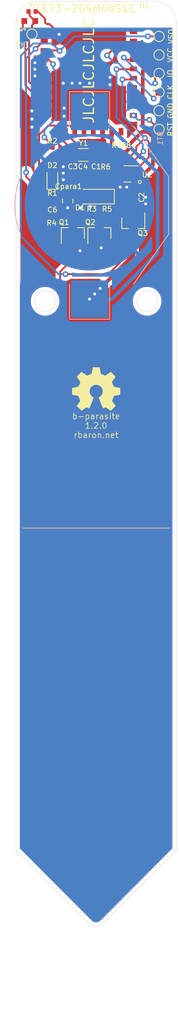
<source format=kicad_pcb>
(kicad_pcb (version 20171130) (host pcbnew "(5.1.2-1)-1")

  (general
    (thickness 1.6)
    (drawings 16)
    (tracks 282)
    (zones 0)
    (modules 33)
    (nets 34)
  )

  (page A4)
  (title_block
    (title b-parasite)
    (date 2021-09-12)
    (rev 1.2.0)
    (company rbaron.net)
  )

  (layers
    (0 F.Cu signal)
    (31 B.Cu signal)
    (32 B.Adhes user)
    (33 F.Adhes user)
    (34 B.Paste user)
    (35 F.Paste user)
    (36 B.SilkS user)
    (37 F.SilkS user)
    (38 B.Mask user)
    (39 F.Mask user)
    (40 Dwgs.User user)
    (41 Cmts.User user)
    (42 Eco1.User user hide)
    (43 Eco2.User user hide)
    (44 Edge.Cuts user)
    (45 Margin user)
    (46 B.CrtYd user)
    (47 F.CrtYd user)
    (48 B.Fab user)
    (49 F.Fab user)
  )

  (setup
    (last_trace_width 0.25)
    (user_trace_width 0.5)
    (user_trace_width 5)
    (user_trace_width 10)
    (trace_clearance 0.2)
    (zone_clearance 0.508)
    (zone_45_only no)
    (trace_min 0.15)
    (via_size 0.8)
    (via_drill 0.4)
    (via_min_size 0.4)
    (via_min_drill 0.3)
    (uvia_size 0.3)
    (uvia_drill 0.1)
    (uvias_allowed no)
    (uvia_min_size 0.2)
    (uvia_min_drill 0.1)
    (edge_width 0.05)
    (segment_width 0.2)
    (pcb_text_width 0.3)
    (pcb_text_size 1.5 1.5)
    (mod_edge_width 0.12)
    (mod_text_size 0.7 0.7)
    (mod_text_width 0.12)
    (pad_size 6 5.5)
    (pad_drill 0)
    (pad_to_mask_clearance 0.051)
    (solder_mask_min_width 0.25)
    (aux_axis_origin 0 0)
    (grid_origin 69 85)
    (visible_elements 7FFFFFFF)
    (pcbplotparams
      (layerselection 0x010fc_ffffffff)
      (usegerberextensions false)
      (usegerberattributes false)
      (usegerberadvancedattributes false)
      (creategerberjobfile false)
      (excludeedgelayer true)
      (linewidth 0.100000)
      (plotframeref false)
      (viasonmask false)
      (mode 1)
      (useauxorigin false)
      (hpglpennumber 1)
      (hpglpenspeed 20)
      (hpglpendiameter 15.000000)
      (psnegative false)
      (psa4output false)
      (plotreference true)
      (plotvalue true)
      (plotinvisibletext false)
      (padsonsilk false)
      (subtractmaskfromsilk false)
      (outputformat 1)
      (mirror false)
      (drillshape 0)
      (scaleselection 1)
      (outputdirectory "./"))
  )

  (net 0 "")
  (net 1 GND)
  (net 2 /Csen+)
  (net 3 /PWM)
  (net 4 "Net-(C6-Pad1)")
  (net 5 "Net-(Q2-Pad3)")
  (net 6 "Net-(Q1-Pad3)")
  (net 7 "Net-(BT1-Pad1)")
  (net 8 /SENS_OUT)
  (net 9 "Net-(D2-Pad2)")
  (net 10 +3V0)
  (net 11 /LED)
  (net 12 /FAST_DISCH_EN)
  (net 13 "Net-(TP1-Pad1)")
  (net 14 "Net-(TP2-Pad1)")
  (net 15 "Net-(TP5-Pad1)")
  (net 16 "Net-(U1-Pad41)")
  (net 17 "Net-(U1-Pad31)")
  (net 18 "Net-(U1-Pad29)")
  (net 19 "Net-(U1-Pad25)")
  (net 20 "Net-(U1-Pad10)")
  (net 21 "Net-(U1-Pad9)")
  (net 22 "Net-(U1-Pad6)")
  (net 23 /SCL)
  (net 24 /SDA)
  (net 25 "Net-(C3-Pad1)")
  (net 26 "Net-(C4-Pad2)")
  (net 27 "Net-(U1-Pad43)")
  (net 28 "Net-(U1-Pad27)")
  (net 29 "Net-(U1-Pad17)")
  (net 30 "Net-(U2-Pad5)")
  (net 31 /PHOTO_OUT)
  (net 32 /PHOTO_V)
  (net 33 "Net-(U1-Pad1)")

  (net_class Default "This is the default net class."
    (clearance 0.2)
    (trace_width 0.25)
    (via_dia 0.8)
    (via_drill 0.4)
    (uvia_dia 0.3)
    (uvia_drill 0.1)
    (add_net +3V0)
    (add_net /Csen+)
    (add_net /FAST_DISCH_EN)
    (add_net /LED)
    (add_net /PHOTO_OUT)
    (add_net /PHOTO_V)
    (add_net /PWM)
    (add_net /SCL)
    (add_net /SDA)
    (add_net /SENS_OUT)
    (add_net GND)
    (add_net "Net-(BT1-Pad1)")
    (add_net "Net-(C3-Pad1)")
    (add_net "Net-(C4-Pad2)")
    (add_net "Net-(C6-Pad1)")
    (add_net "Net-(D2-Pad2)")
    (add_net "Net-(Q1-Pad3)")
    (add_net "Net-(Q2-Pad3)")
    (add_net "Net-(TP1-Pad1)")
    (add_net "Net-(TP2-Pad1)")
    (add_net "Net-(TP5-Pad1)")
    (add_net "Net-(U1-Pad1)")
    (add_net "Net-(U1-Pad10)")
    (add_net "Net-(U1-Pad17)")
    (add_net "Net-(U1-Pad25)")
    (add_net "Net-(U1-Pad27)")
    (add_net "Net-(U1-Pad29)")
    (add_net "Net-(U1-Pad31)")
    (add_net "Net-(U1-Pad41)")
    (add_net "Net-(U1-Pad43)")
    (add_net "Net-(U1-Pad6)")
    (add_net "Net-(U1-Pad9)")
    (add_net "Net-(U2-Pad5)")
  )

  (module TestPoint:TestPoint_Pad_D1.0mm (layer F.Cu) (tedit 5A0F774F) (tstamp 61615A08)
    (at 59.2 31.5)
    (descr "SMD pad as test Point, diameter 1.0mm")
    (tags "test point SMD pad")
    (path /61614EDB)
    (attr virtual)
    (fp_text reference PHT (at -1.3 1.4) (layer F.SilkS)
      (effects (font (size 0.6 0.6) (thickness 0.1)))
    )
    (fp_text value PHOTO_OUT (at 0 1.55) (layer F.Fab)
      (effects (font (size 1 1) (thickness 0.15)))
    )
    (fp_circle (center 0 0) (end 0 0.7) (layer F.SilkS) (width 0.12))
    (fp_circle (center 0 0) (end 1 0) (layer F.CrtYd) (width 0.05))
    (fp_text user %R (at 0 -1.45) (layer F.Fab)
      (effects (font (size 1 1) (thickness 0.15)))
    )
    (pad 1 smd circle (at 0 0) (size 1 1) (layers F.Cu F.Mask)
      (net 31 /PHOTO_OUT))
  )

  (module nrfmicro:E73-2G4M08S1C-52840 (layer F.Cu) (tedit 604B87B9) (tstamp 60AF623F)
    (at 67 45.2 90)
    (path /604C2391)
    (attr smd)
    (fp_text reference U1 (at 17.6 7.6) (layer F.SilkS)
      (effects (font (size 0.7 0.7) (thickness 0.12)))
    )
    (fp_text value E73-2G4M08S1C-52840 (at 9.778775 -0.635467) (layer F.Fab)
      (effects (font (size 1 1) (thickness 0.15)))
    )
    (fp_line (start 18.034 -6.604) (end -0.127 -6.604) (layer F.Fab) (width 0.15))
    (fp_line (start 18.034 6.604) (end 18.034 -6.604) (layer F.Fab) (width 0.15))
    (fp_line (start -0.127 6.604) (end 18.034 6.604) (layer F.Fab) (width 0.15))
    (fp_line (start -0.127 -6.604) (end -0.127 6.604) (layer F.Fab) (width 0.15))
    (fp_text user E73-2G4M08S1C (at 17.2 0 180) (layer F.SilkS)
      (effects (font (size 1 1) (thickness 0.15)))
    )
    (pad 10 smd rect (at 2.6 -6.119 90) (size 0.65 1) (layers F.Cu F.Paste F.Mask)
      (net 20 "Net-(U1-Pad10)"))
    (pad 9 smd rect (at 3.87 -6.119 90) (size 0.65 1) (layers F.Cu F.Paste F.Mask)
      (net 21 "Net-(U1-Pad9)"))
    (pad 8 smd rect (at 5.14 -6.119 90) (size 0.65 1) (layers F.Cu F.Paste F.Mask)
      (net 32 /PHOTO_V))
    (pad 7 smd rect (at 6.41 -6.119 90) (size 0.65 1) (layers F.Cu F.Paste F.Mask)
      (net 31 /PHOTO_OUT))
    (pad 6 smd rect (at 7.68 -6.119 90) (size 0.65 1) (layers F.Cu F.Paste F.Mask)
      (net 22 "Net-(U1-Pad6)"))
    (pad 5 smd rect (at 8.95 -6.119 90) (size 0.65 1) (layers F.Cu F.Paste F.Mask)
      (net 1 GND))
    (pad 4 smd rect (at 10.22 -6.119 90) (size 0.65 1) (layers F.Cu F.Paste F.Mask)
      (net 11 /LED))
    (pad 3 smd rect (at 11.49 -6.119 90) (size 0.65 1) (layers F.Cu F.Paste F.Mask)
      (net 8 /SENS_OUT))
    (pad 2 smd rect (at 12.76 -6.119 90) (size 0.65 1) (layers F.Cu F.Paste F.Mask)
      (net 12 /FAST_DISCH_EN))
    (pad 1 smd rect (at 14.03 -6.119 90) (size 0.65 1) (layers F.Cu F.Paste F.Mask)
      (net 33 "Net-(U1-Pad1)"))
    (pad 31 smd rect (at 6.41 6.119 90) (size 0.65 1) (layers F.Cu F.Paste F.Mask)
      (net 17 "Net-(U1-Pad31)"))
    (pad 43 smd rect (at 14.03 6.119 90) (size 0.65 1) (layers F.Cu F.Paste F.Mask)
      (net 27 "Net-(U1-Pad43)"))
    (pad 33 smd rect (at 7.68 6.119 90) (size 0.65 1) (layers F.Cu F.Paste F.Mask)
      (net 23 /SCL))
    (pad 41 smd rect (at 12.76 6.119 90) (size 0.65 1) (layers F.Cu F.Paste F.Mask)
      (net 16 "Net-(U1-Pad41)"))
    (pad 39 smd rect (at 11.49 6.119 90) (size 0.65 1) (layers F.Cu F.Paste F.Mask)
      (net 14 "Net-(TP2-Pad1)"))
    (pad 37 smd rect (at 10.22 6.119 90) (size 0.65 1) (layers F.Cu F.Paste F.Mask)
      (net 13 "Net-(TP1-Pad1)"))
    (pad 29 smd rect (at 5.14 6.119 90) (size 0.65 1) (layers F.Cu F.Paste F.Mask)
      (net 18 "Net-(U1-Pad29)"))
    (pad 35 smd rect (at 8.95 6.119 90) (size 0.65 1) (layers F.Cu F.Paste F.Mask)
      (net 24 /SDA))
    (pad 27 smd rect (at 3.87 6.119 90) (size 0.65 1) (layers F.Cu F.Paste F.Mask)
      (net 28 "Net-(U1-Pad27)"))
    (pad 26 smd rect (at 2.6 6.119 90) (size 0.65 1) (layers F.Cu F.Paste F.Mask)
      (net 15 "Net-(TP5-Pad1)"))
    (pad 23 smd rect (at 0.381 3.15 180) (size 0.65 1) (layers F.Cu F.Paste F.Mask)
      (net 10 +3V0))
    (pad 11 smd rect (at 0.381 -4.47 180) (size 0.65 1) (layers F.Cu F.Paste F.Mask)
      (net 25 "Net-(C3-Pad1)"))
    (pad 21 smd rect (at 0.381 1.88 180) (size 0.65 1) (layers F.Cu F.Paste F.Mask)
      (net 1 GND))
    (pad 13 smd rect (at 0.381 -3.2 180) (size 0.65 1) (layers F.Cu F.Paste F.Mask)
      (net 26 "Net-(C4-Pad2)"))
    (pad 15 smd rect (at 0.381 -1.93 180) (size 0.65 1) (layers F.Cu F.Paste F.Mask)
      (net 3 /PWM))
    (pad 17 smd rect (at 0.381 -0.66 180) (size 0.65 1) (layers F.Cu F.Paste F.Mask)
      (net 29 "Net-(U1-Pad17)"))
    (pad 25 smd rect (at 0.381 4.42 180) (size 0.65 1) (layers F.Cu F.Paste F.Mask)
      (net 19 "Net-(U1-Pad25)"))
    (pad 19 smd rect (at 0.381 0.61 180) (size 0.65 1) (layers F.Cu F.Paste F.Mask)
      (net 10 +3V0))
  )

  (module snapeda:TR8 (layer F.Cu) (tedit 613DEAAD) (tstamp 61616D8F)
    (at 58.9 29.7)
    (path /613F6CE6)
    (attr smd)
    (fp_text reference Q4 (at -1 1.1) (layer F.SilkS)
      (effects (font (size 0.5 0.5) (thickness 0.1)))
    )
    (fp_text value Q_Photo_NPN (at -0.05 1.1) (layer F.Fab)
      (effects (font (size 0.64 0.64) (thickness 0.15)))
    )
    (fp_line (start -0.85 0.4) (end 0.85 0.4) (layer F.Fab) (width 0.127))
    (fp_line (start 0.85 -0.4) (end -0.85 -0.4) (layer F.Fab) (width 0.127))
    (fp_line (start -0.85 -0.4) (end -0.85 0.4) (layer F.Fab) (width 0.127))
    (fp_line (start 0.85 0.4) (end 0.85 -0.4) (layer F.Fab) (width 0.127))
    (fp_line (start -1.4 -0.65) (end -1.4 0.65) (layer F.CrtYd) (width 0.05))
    (fp_line (start -1.4 0.65) (end 1.4 0.65) (layer F.CrtYd) (width 0.05))
    (fp_line (start 1.4 0.65) (end 1.4 -0.65) (layer F.CrtYd) (width 0.05))
    (fp_line (start 1.4 -0.65) (end -1.4 -0.65) (layer F.CrtYd) (width 0.05))
    (fp_circle (center -1.75 0) (end -1.65 0) (layer F.SilkS) (width 0.2))
    (fp_circle (center -1.75 0) (end -1.65 0) (layer F.Fab) (width 0.2))
    (pad 1 smd rect (at -0.75 0) (size 0.8 0.8) (layers F.Cu F.Paste F.Mask)
      (net 32 /PHOTO_V))
    (pad 2 smd rect (at 0.75 0) (size 0.8 0.8) (layers F.Cu F.Paste F.Mask)
      (net 31 /PHOTO_OUT))
  )

  (module Symbol:OSHW-Symbol_6.7x6mm_SilkScreen locked (layer F.Cu) (tedit 0) (tstamp 604CBA6D)
    (at 68 80)
    (descr "Open Source Hardware Symbol")
    (tags "Logo Symbol OSHW")
    (attr virtual)
    (fp_text reference REF** (at 0 0) (layer F.SilkS) hide
      (effects (font (size 1 1) (thickness 0.15)))
    )
    (fp_text value OSHW-Symbol_6.7x6mm_SilkScreen (at 0.75 0) (layer F.Fab) hide
      (effects (font (size 1 1) (thickness 0.15)))
    )
    (fp_poly (pts (xy 0.555814 -2.531069) (xy 0.639635 -2.086445) (xy 0.94892 -1.958947) (xy 1.258206 -1.831449)
      (xy 1.629246 -2.083754) (xy 1.733157 -2.154004) (xy 1.827087 -2.216728) (xy 1.906652 -2.269062)
      (xy 1.96747 -2.308143) (xy 2.005157 -2.331107) (xy 2.015421 -2.336058) (xy 2.03391 -2.323324)
      (xy 2.07342 -2.288118) (xy 2.129522 -2.234938) (xy 2.197787 -2.168282) (xy 2.273786 -2.092646)
      (xy 2.353092 -2.012528) (xy 2.431275 -1.932426) (xy 2.503907 -1.856836) (xy 2.566559 -1.790255)
      (xy 2.614803 -1.737182) (xy 2.64421 -1.702113) (xy 2.651241 -1.690377) (xy 2.641123 -1.66874)
      (xy 2.612759 -1.621338) (xy 2.569129 -1.552807) (xy 2.513218 -1.467785) (xy 2.448006 -1.370907)
      (xy 2.410219 -1.31565) (xy 2.341343 -1.214752) (xy 2.28014 -1.123701) (xy 2.229578 -1.04703)
      (xy 2.192628 -0.989272) (xy 2.172258 -0.954957) (xy 2.169197 -0.947746) (xy 2.176136 -0.927252)
      (xy 2.195051 -0.879487) (xy 2.223087 -0.811168) (xy 2.257391 -0.729011) (xy 2.295109 -0.63973)
      (xy 2.333387 -0.550042) (xy 2.36937 -0.466662) (xy 2.400206 -0.396306) (xy 2.423039 -0.34569)
      (xy 2.435017 -0.321529) (xy 2.435724 -0.320578) (xy 2.454531 -0.315964) (xy 2.504618 -0.305672)
      (xy 2.580793 -0.290713) (xy 2.677865 -0.272099) (xy 2.790643 -0.250841) (xy 2.856442 -0.238582)
      (xy 2.97695 -0.215638) (xy 3.085797 -0.193805) (xy 3.177476 -0.174278) (xy 3.246481 -0.158252)
      (xy 3.287304 -0.146921) (xy 3.295511 -0.143326) (xy 3.303548 -0.118994) (xy 3.310033 -0.064041)
      (xy 3.31497 0.015108) (xy 3.318364 0.112026) (xy 3.320218 0.220287) (xy 3.320538 0.333465)
      (xy 3.319327 0.445135) (xy 3.31659 0.548868) (xy 3.312331 0.638241) (xy 3.306555 0.706826)
      (xy 3.299267 0.748197) (xy 3.294895 0.75681) (xy 3.268764 0.767133) (xy 3.213393 0.781892)
      (xy 3.136107 0.799352) (xy 3.04423 0.81778) (xy 3.012158 0.823741) (xy 2.857524 0.852066)
      (xy 2.735375 0.874876) (xy 2.641673 0.89308) (xy 2.572384 0.907583) (xy 2.523471 0.919292)
      (xy 2.490897 0.929115) (xy 2.470628 0.937956) (xy 2.458626 0.946724) (xy 2.456947 0.948457)
      (xy 2.440184 0.976371) (xy 2.414614 1.030695) (xy 2.382788 1.104777) (xy 2.34726 1.191965)
      (xy 2.310583 1.285608) (xy 2.275311 1.379052) (xy 2.243996 1.465647) (xy 2.219193 1.53874)
      (xy 2.203454 1.591678) (xy 2.199332 1.617811) (xy 2.199676 1.618726) (xy 2.213641 1.640086)
      (xy 2.245322 1.687084) (xy 2.291391 1.754827) (xy 2.348518 1.838423) (xy 2.413373 1.932982)
      (xy 2.431843 1.959854) (xy 2.497699 2.057275) (xy 2.55565 2.146163) (xy 2.602538 2.221412)
      (xy 2.635207 2.27792) (xy 2.6505 2.310581) (xy 2.651241 2.314593) (xy 2.638392 2.335684)
      (xy 2.602888 2.377464) (xy 2.549293 2.435445) (xy 2.482171 2.505135) (xy 2.406087 2.582045)
      (xy 2.325604 2.661683) (xy 2.245287 2.739561) (xy 2.169699 2.811186) (xy 2.103405 2.87207)
      (xy 2.050969 2.917721) (xy 2.016955 2.94365) (xy 2.007545 2.947883) (xy 1.985643 2.937912)
      (xy 1.9408 2.91102) (xy 1.880321 2.871736) (xy 1.833789 2.840117) (xy 1.749475 2.782098)
      (xy 1.649626 2.713784) (xy 1.549473 2.645579) (xy 1.495627 2.609075) (xy 1.313371 2.4858)
      (xy 1.160381 2.56852) (xy 1.090682 2.604759) (xy 1.031414 2.632926) (xy 0.991311 2.648991)
      (xy 0.981103 2.651226) (xy 0.968829 2.634722) (xy 0.944613 2.588082) (xy 0.910263 2.515609)
      (xy 0.867588 2.421606) (xy 0.818394 2.310374) (xy 0.76449 2.186215) (xy 0.707684 2.053432)
      (xy 0.649782 1.916327) (xy 0.592593 1.779202) (xy 0.537924 1.646358) (xy 0.487584 1.522098)
      (xy 0.44338 1.410725) (xy 0.407119 1.316539) (xy 0.380609 1.243844) (xy 0.365658 1.196941)
      (xy 0.363254 1.180833) (xy 0.382311 1.160286) (xy 0.424036 1.126933) (xy 0.479706 1.087702)
      (xy 0.484378 1.084599) (xy 0.628264 0.969423) (xy 0.744283 0.835053) (xy 0.83143 0.685784)
      (xy 0.888699 0.525913) (xy 0.915086 0.359737) (xy 0.909585 0.191552) (xy 0.87119 0.025655)
      (xy 0.798895 -0.133658) (xy 0.777626 -0.168513) (xy 0.666996 -0.309263) (xy 0.536302 -0.422286)
      (xy 0.390064 -0.506997) (xy 0.232808 -0.562806) (xy 0.069057 -0.589126) (xy -0.096667 -0.58537)
      (xy -0.259838 -0.55095) (xy -0.415935 -0.485277) (xy -0.560433 -0.387765) (xy -0.605131 -0.348187)
      (xy -0.718888 -0.224297) (xy -0.801782 -0.093876) (xy -0.858644 0.052315) (xy -0.890313 0.197088)
      (xy -0.898131 0.35986) (xy -0.872062 0.52344) (xy -0.814755 0.682298) (xy -0.728856 0.830906)
      (xy -0.617014 0.963735) (xy -0.481877 1.075256) (xy -0.464117 1.087011) (xy -0.40785 1.125508)
      (xy -0.365077 1.158863) (xy -0.344628 1.18016) (xy -0.344331 1.180833) (xy -0.348721 1.203871)
      (xy -0.366124 1.256157) (xy -0.394732 1.33339) (xy -0.432735 1.431268) (xy -0.478326 1.545491)
      (xy -0.529697 1.671758) (xy -0.585038 1.805767) (xy -0.642542 1.943218) (xy -0.700399 2.079808)
      (xy -0.756802 2.211237) (xy -0.809942 2.333205) (xy -0.85801 2.441409) (xy -0.899199 2.531549)
      (xy -0.931699 2.599323) (xy -0.953703 2.64043) (xy -0.962564 2.651226) (xy -0.98964 2.642819)
      (xy -1.040303 2.620272) (xy -1.105817 2.587613) (xy -1.141841 2.56852) (xy -1.294832 2.4858)
      (xy -1.477088 2.609075) (xy -1.570125 2.672228) (xy -1.671985 2.741727) (xy -1.767438 2.807165)
      (xy -1.81525 2.840117) (xy -1.882495 2.885273) (xy -1.939436 2.921057) (xy -1.978646 2.942938)
      (xy -1.991381 2.947563) (xy -2.009917 2.935085) (xy -2.050941 2.900252) (xy -2.110475 2.846678)
      (xy -2.184542 2.777983) (xy -2.269165 2.697781) (xy -2.322685 2.646286) (xy -2.416319 2.554286)
      (xy -2.497241 2.471999) (xy -2.562177 2.402945) (xy -2.607858 2.350644) (xy -2.631011 2.318616)
      (xy -2.633232 2.312116) (xy -2.622924 2.287394) (xy -2.594439 2.237405) (xy -2.550937 2.167212)
      (xy -2.495577 2.081875) (xy -2.43152 1.986456) (xy -2.413303 1.959854) (xy -2.346927 1.863167)
      (xy -2.287378 1.776117) (xy -2.237984 1.703595) (xy -2.202075 1.650493) (xy -2.182981 1.621703)
      (xy -2.181136 1.618726) (xy -2.183895 1.595782) (xy -2.198538 1.545336) (xy -2.222513 1.474041)
      (xy -2.253266 1.388547) (xy -2.288244 1.295507) (xy -2.324893 1.201574) (xy -2.360661 1.113399)
      (xy -2.392994 1.037634) (xy -2.419338 0.980931) (xy -2.437142 0.949943) (xy -2.438407 0.948457)
      (xy -2.449294 0.939601) (xy -2.467682 0.930843) (xy -2.497606 0.921277) (xy -2.543103 0.909996)
      (xy -2.608209 0.896093) (xy -2.696961 0.878663) (xy -2.813393 0.856798) (xy -2.961542 0.829591)
      (xy -2.993618 0.823741) (xy -3.088686 0.805374) (xy -3.171565 0.787405) (xy -3.23493 0.771569)
      (xy -3.271458 0.7596) (xy -3.276356 0.75681) (xy -3.284427 0.732072) (xy -3.290987 0.67679)
      (xy -3.296033 0.597389) (xy -3.299559 0.500296) (xy -3.301561 0.391938) (xy -3.302036 0.27874)
      (xy -3.300977 0.167128) (xy -3.298382 0.063529) (xy -3.294246 -0.025632) (xy -3.288563 -0.093928)
      (xy -3.281331 -0.134934) (xy -3.276971 -0.143326) (xy -3.252698 -0.151792) (xy -3.197426 -0.165565)
      (xy -3.116662 -0.18345) (xy -3.015912 -0.204252) (xy -2.900683 -0.226777) (xy -2.837902 -0.238582)
      (xy -2.718787 -0.260849) (xy -2.612565 -0.281021) (xy -2.524427 -0.298085) (xy -2.459566 -0.311031)
      (xy -2.423174 -0.318845) (xy -2.417184 -0.320578) (xy -2.407061 -0.34011) (xy -2.385662 -0.387157)
      (xy -2.355839 -0.454997) (xy -2.320445 -0.536909) (xy -2.282332 -0.626172) (xy -2.244353 -0.716065)
      (xy -2.20936 -0.799865) (xy -2.180206 -0.870853) (xy -2.159743 -0.922306) (xy -2.150823 -0.947503)
      (xy -2.150657 -0.948604) (xy -2.160769 -0.968481) (xy -2.189117 -1.014223) (xy -2.232723 -1.081283)
      (xy -2.288606 -1.165116) (xy -2.353787 -1.261174) (xy -2.391679 -1.31635) (xy -2.460725 -1.417519)
      (xy -2.52205 -1.50937) (xy -2.572663 -1.587256) (xy -2.609571 -1.646531) (xy -2.629782 -1.682549)
      (xy -2.632701 -1.690623) (xy -2.620153 -1.709416) (xy -2.585463 -1.749543) (xy -2.533063 -1.806507)
      (xy -2.467384 -1.875815) (xy -2.392856 -1.952969) (xy -2.313913 -2.033475) (xy -2.234983 -2.112837)
      (xy -2.1605 -2.18656) (xy -2.094894 -2.250148) (xy -2.042596 -2.299106) (xy -2.008039 -2.328939)
      (xy -1.996478 -2.336058) (xy -1.977654 -2.326047) (xy -1.932631 -2.297922) (xy -1.865787 -2.254546)
      (xy -1.781499 -2.198782) (xy -1.684144 -2.133494) (xy -1.610707 -2.083754) (xy -1.239667 -1.831449)
      (xy -0.621095 -2.086445) (xy -0.537275 -2.531069) (xy -0.453454 -2.975693) (xy 0.471994 -2.975693)
      (xy 0.555814 -2.531069)) (layer F.SilkS) (width 0.01))
  )

  (module Resistor_SMD:R_0402_1005Metric (layer F.Cu) (tedit 5B301BBD) (tstamp 61615D86)
    (at 59.215 28.4 180)
    (descr "Resistor SMD 0402 (1005 Metric), square (rectangular) end terminal, IPC_7351 nominal, (Body size source: http://www.tortai-tech.com/upload/download/2011102023233369053.pdf), generated with kicad-footprint-generator")
    (tags resistor)
    (path /60AEBA02)
    (attr smd)
    (fp_text reference R10 (at -0.285 0.8) (layer F.SilkS)
      (effects (font (size 0.5 0.5) (thickness 0.1)))
    )
    (fp_text value 470 (at 0 0.95) (layer F.Fab)
      (effects (font (size 0.7 0.7) (thickness 0.12)))
    )
    (fp_text user %R (at 0 0) (layer F.Fab)
      (effects (font (size 0.25 0.25) (thickness 0.04)))
    )
    (fp_line (start 0.93 0.47) (end -0.93 0.47) (layer F.CrtYd) (width 0.05))
    (fp_line (start 0.93 -0.47) (end 0.93 0.47) (layer F.CrtYd) (width 0.05))
    (fp_line (start -0.93 -0.47) (end 0.93 -0.47) (layer F.CrtYd) (width 0.05))
    (fp_line (start -0.93 0.47) (end -0.93 -0.47) (layer F.CrtYd) (width 0.05))
    (fp_line (start 0.5 0.25) (end -0.5 0.25) (layer F.Fab) (width 0.1))
    (fp_line (start 0.5 -0.25) (end 0.5 0.25) (layer F.Fab) (width 0.1))
    (fp_line (start -0.5 -0.25) (end 0.5 -0.25) (layer F.Fab) (width 0.1))
    (fp_line (start -0.5 0.25) (end -0.5 -0.25) (layer F.Fab) (width 0.1))
    (pad 1 smd roundrect (at -0.485 0 180) (size 0.59 0.64) (layers F.Cu F.Paste F.Mask) (roundrect_rratio 0.25)
      (net 1 GND))
    (pad 2 smd roundrect (at 0.485 0 180) (size 0.59 0.64) (layers F.Cu F.Paste F.Mask) (roundrect_rratio 0.25)
      (net 31 /PHOTO_OUT))
    (model ${KISYS3DMOD}/Resistor_SMD.3dshapes/R_0402_1005Metric.wrl
      (at (xyz 0 0 0))
      (scale (xyz 1 1 1))
      (rotate (xyz 0 0 0))
    )
  )

  (module kicad:Sensirion_DFN-4-1EP_2x2mm_P1mm_EP0.7x1.6mm (layer F.Cu) (tedit 5DC7035C) (tstamp 604C6CC1)
    (at 72.8 50.6 180)
    (descr "DFN, 4 Pin (https://www.sensirion.com/fileadmin/user_upload/customers/sensirion/Dokumente/0_Datasheets/Humidity/Sensirion_Humidity_Sensors_SHTC3_Datasheet.pdf)")
    (tags "Sensirion DFN NoLead")
    (path /6052CFBE)
    (attr smd)
    (fp_text reference U2 (at -2.2 -0.1) (layer F.SilkS)
      (effects (font (size 0.7 0.7) (thickness 0.12)))
    )
    (fp_text value SHTC3 (at 0 1.95) (layer F.Fab)
      (effects (font (size 1 1) (thickness 0.15)))
    )
    (fp_line (start 0 -1.11) (end 1 -1.11) (layer F.SilkS) (width 0.12))
    (fp_line (start -1 1.11) (end 1 1.11) (layer F.SilkS) (width 0.12))
    (fp_line (start -0.5 -1) (end 1 -1) (layer F.Fab) (width 0.1))
    (fp_line (start 1 -1) (end 1 1) (layer F.Fab) (width 0.1))
    (fp_line (start 1 1) (end -1 1) (layer F.Fab) (width 0.1))
    (fp_line (start -1 1) (end -1 -0.5) (layer F.Fab) (width 0.1))
    (fp_line (start -1 -0.5) (end -0.5 -1) (layer F.Fab) (width 0.1))
    (fp_line (start -1.45 -1.25) (end -1.45 1.25) (layer F.CrtYd) (width 0.05))
    (fp_line (start -1.45 1.25) (end 1.45 1.25) (layer F.CrtYd) (width 0.05))
    (fp_line (start 1.45 1.25) (end 1.45 -1.25) (layer F.CrtYd) (width 0.05))
    (fp_line (start 1.45 -1.25) (end -1.45 -1.25) (layer F.CrtYd) (width 0.05))
    (fp_text user %R (at 0 0) (layer F.Fab)
      (effects (font (size 0.7 0.7) (thickness 0.12)))
    )
    (pad "" smd roundrect (at 0 0 180) (size 0.5 1.4) (layers F.Paste) (roundrect_rratio 0.25))
    (pad "" smd roundrect (at 1.025 -0.5) (size 0.55 0.35) (layers F.Paste) (roundrect_rratio 0.25))
    (pad "" smd roundrect (at 1.025 0.5) (size 0.55 0.35) (layers F.Paste) (roundrect_rratio 0.25))
    (pad "" smd roundrect (at -1.025 0.5 180) (size 0.55 0.35) (layers F.Paste) (roundrect_rratio 0.25))
    (pad "" smd roundrect (at -1.025 -0.5 180) (size 0.55 0.35) (layers F.Paste) (roundrect_rratio 0.25))
    (pad 5 smd roundrect (at 0 0 180) (size 0.7 1.6) (layers F.Cu F.Mask) (roundrect_rratio 0.25)
      (net 30 "Net-(U2-Pad5)"))
    (pad 4 smd roundrect (at 0.925 -0.5 180) (size 0.55 0.35) (layers F.Cu F.Mask) (roundrect_rratio 0.25)
      (net 1 GND))
    (pad 3 smd roundrect (at 0.925 0.5 180) (size 0.55 0.35) (layers F.Cu F.Mask) (roundrect_rratio 0.25)
      (net 24 /SDA))
    (pad 2 smd roundrect (at -0.925 0.5 180) (size 0.55 0.35) (layers F.Cu F.Mask) (roundrect_rratio 0.25)
      (net 23 /SCL))
    (pad 1 smd roundrect (at -0.925 -0.5 180) (size 0.55 0.35) (layers F.Cu F.Mask) (roundrect_rratio 0.25)
      (net 10 +3V0))
    (model ${KISYS3DMOD}/Sensor_Humidity.3dshapes/Sensirion_DFN-4-1EP_2x2mm_P1mm_EP0.7x1.6mm.wrl
      (at (xyz 0 0 0))
      (scale (xyz 1 1 1))
      (rotate (xyz 0 0 0))
    )
  )

  (module kicad:BatteryHolder_Keystone_3002_1x2032 (layer B.Cu) (tedit 5D9C7E9A) (tstamp 60358E5D)
    (at 67.1 54.9 270)
    (descr https://www.tme.eu/it/Document/a823211ec201a9e209042d155fe22d2b/KEYS2996.pdf)
    (tags "BR2016 CR2016 DL2016 BR2020 CL2020 BR2025 CR2025 DL2025 DR2032 CR2032 DL2032")
    (path /60386A6F)
    (attr smd)
    (fp_text reference BT1 (at -9.15 -9.7 90) (layer B.SilkS)
      (effects (font (size 0.7 0.7) (thickness 0.12)) (justify mirror))
    )
    (fp_text value Battery_Cell (at 0 11 90) (layer B.Fab)
      (effects (font (size 1 1) (thickness 0.15)) (justify mirror))
    )
    (fp_line (start 15.55 2.75) (end 10.75 2.75) (layer B.SilkS) (width 0.12))
    (fp_line (start 15.55 -2.75) (end 15.55 2.75) (layer B.SilkS) (width 0.12))
    (fp_line (start 10.75 -2.75) (end 15.55 -2.75) (layer B.SilkS) (width 0.12))
    (fp_line (start -15.55 -2.75) (end -10.75 -2.75) (layer B.SilkS) (width 0.12))
    (fp_line (start -15.55 2.75) (end -15.55 -2.75) (layer B.SilkS) (width 0.12))
    (fp_line (start -10.75 2.75) (end -15.55 2.75) (layer B.SilkS) (width 0.12))
    (fp_line (start -15.85 -3.05) (end -15.85 3.05) (layer B.CrtYd) (width 0.05))
    (fp_line (start -11.05 -3.05) (end -15.85 -3.05) (layer B.CrtYd) (width 0.05))
    (fp_line (start -11.05 -6.35) (end -11.05 -3.05) (layer B.CrtYd) (width 0.05))
    (fp_line (start -4.3 -11.1) (end -11.05 -6.35) (layer B.CrtYd) (width 0.05))
    (fp_line (start 4.3 -11.1) (end -4.3 -11.1) (layer B.CrtYd) (width 0.05))
    (fp_line (start 11.05 -6.35) (end 4.3 -11.1) (layer B.CrtYd) (width 0.05))
    (fp_line (start 11.05 -3.05) (end 11.05 -6.35) (layer B.CrtYd) (width 0.05))
    (fp_line (start 15.85 -3.05) (end 11.05 -3.05) (layer B.CrtYd) (width 0.05))
    (fp_line (start 15.85 3.05) (end 15.85 -3.05) (layer B.CrtYd) (width 0.05))
    (fp_line (start 11.05 3.05) (end 15.85 3.05) (layer B.CrtYd) (width 0.05))
    (fp_line (start 11.05 9.8) (end 11.05 3.05) (layer B.CrtYd) (width 0.05))
    (fp_line (start 11.05 9.8) (end 3.9 9.8) (layer B.CrtYd) (width 0.05))
    (fp_line (start -11.05 9.8) (end -3.9 9.8) (layer B.CrtYd) (width 0.05))
    (fp_line (start -11.05 3.05) (end -11.05 9.8) (layer B.CrtYd) (width 0.05))
    (fp_line (start -15.85 3.05) (end -11.05 3.05) (layer B.CrtYd) (width 0.05))
    (fp_line (start 10.55 9.5) (end 3.85 9.5) (layer B.SilkS) (width 0.12))
    (fp_line (start -10.55 9.5) (end -3.85 9.5) (layer B.SilkS) (width 0.12))
    (fp_circle (center 0 0) (end 10 0) (layer Dwgs.User) (width 0.2))
    (fp_line (start 10.55 -5.9) (end 3.8 -10.6) (layer B.Fab) (width 0.1))
    (fp_line (start 3.95 -10.85) (end 10.75 -6.05) (layer B.SilkS) (width 0.12))
    (fp_line (start -3.95 -10.85) (end 3.95 -10.85) (layer B.SilkS) (width 0.12))
    (fp_line (start -10.8 -6.05) (end -3.95 -10.85) (layer B.SilkS) (width 0.12))
    (fp_line (start -10.55 -5.85) (end -3.8 -10.6) (layer B.Fab) (width 0.1))
    (fp_line (start -10.55 2.55) (end -10.55 9.3) (layer B.Fab) (width 0.1))
    (fp_line (start 10.55 9.3) (end -10.55 9.3) (layer B.Fab) (width 0.1))
    (fp_line (start 10.55 2.55) (end 10.55 9.3) (layer B.Fab) (width 0.1))
    (fp_line (start 15.35 2.55) (end 10.55 2.55) (layer B.Fab) (width 0.1))
    (fp_line (start 15.35 -2.55) (end 15.35 2.55) (layer B.Fab) (width 0.1))
    (fp_line (start 10.55 -2.55) (end 15.35 -2.55) (layer B.Fab) (width 0.1))
    (fp_line (start -3.8 -10.6) (end 3.8 -10.6) (layer B.Fab) (width 0.1))
    (fp_line (start 10.55 -2.55) (end 10.55 -5.9) (layer B.Fab) (width 0.1))
    (fp_line (start -10.55 -2.55) (end -10.55 -5.85) (layer B.Fab) (width 0.1))
    (fp_line (start -15.35 2.55) (end -10.55 2.55) (layer B.Fab) (width 0.1))
    (fp_line (start -15.35 -2.55) (end -10.55 -2.55) (layer B.Fab) (width 0.1))
    (fp_line (start -15.35 2.55) (end -15.35 -2.55) (layer B.Fab) (width 0.1))
    (fp_arc (start 0 0) (end 3.85 9.5) (angle 44.1) (layer B.SilkS) (width 0.12))
    (fp_arc (start 0 0) (end 3.9 9.8) (angle 43.40107348) (layer B.CrtYd) (width 0.05))
    (fp_text user %R (at -9.15 -9.7 90) (layer B.Fab)
      (effects (font (size 0.7 0.7) (thickness 0.12)) (justify mirror))
    )
    (pad 2 smd circle (at 0 0 270) (size 17.8 17.8) (layers B.Cu B.Mask)
      (net 1 GND))
    (pad 1 smd rect (at -12.8 0 270) (size 5.1 5.1) (layers B.Cu B.Paste B.Mask)
      (net 7 "Net-(BT1-Pad1)"))
    (pad 1 smd rect (at 12.8 0 270) (size 5.1 5.1) (layers B.Cu B.Paste B.Mask)
      (net 7 "Net-(BT1-Pad1)"))
    (model ${KISYS3DMOD}/Battery.3dshapes/BatteryHolder_Keystone_3002_1x2032.wrl
      (at (xyz 0 0 0))
      (scale (xyz 1 1 1))
      (rotate (xyz 0 0 0))
    )
  )

  (module Crystal:Crystal_SMD_3215-2Pin_3.2x1.5mm (layer F.Cu) (tedit 5A0FD1B2) (tstamp 604C1116)
    (at 66.25 48 180)
    (descr "SMD Crystal FC-135 https://support.epson.biz/td/api/doc_check.php?dl=brief_FC-135R_en.pdf")
    (tags "SMD SMT Crystal")
    (path /604E7179)
    (attr smd)
    (fp_text reference Y1 (at 0 1.6) (layer F.SilkS)
      (effects (font (size 0.7 0.7) (thickness 0.12)))
    )
    (fp_text value 32.768kHz (at 0 2) (layer F.Fab)
      (effects (font (size 1 1) (thickness 0.15)))
    )
    (fp_line (start -2 -1.15) (end 2 -1.15) (layer F.CrtYd) (width 0.05))
    (fp_line (start -1.6 -0.75) (end -1.6 0.75) (layer F.Fab) (width 0.1))
    (fp_line (start -0.675 0.875) (end 0.675 0.875) (layer F.SilkS) (width 0.12))
    (fp_line (start -0.675 -0.875) (end 0.675 -0.875) (layer F.SilkS) (width 0.12))
    (fp_line (start 1.6 -0.75) (end 1.6 0.75) (layer F.Fab) (width 0.1))
    (fp_line (start -1.6 -0.75) (end 1.6 -0.75) (layer F.Fab) (width 0.1))
    (fp_line (start -1.6 0.75) (end 1.6 0.75) (layer F.Fab) (width 0.1))
    (fp_line (start -2 1.15) (end 2 1.15) (layer F.CrtYd) (width 0.05))
    (fp_line (start -2 -1.15) (end -2 1.15) (layer F.CrtYd) (width 0.05))
    (fp_line (start 2 -1.15) (end 2 1.15) (layer F.CrtYd) (width 0.05))
    (fp_text user %R (at 0 -0.4) (layer F.Fab)
      (effects (font (size 0.7 0.7) (thickness 0.12)))
    )
    (pad 2 smd rect (at -1.25 0 180) (size 1 1.8) (layers F.Cu F.Paste F.Mask)
      (net 26 "Net-(C4-Pad2)"))
    (pad 1 smd rect (at 1.25 0 180) (size 1 1.8) (layers F.Cu F.Paste F.Mask)
      (net 25 "Net-(C3-Pad1)"))
    (model ${KISYS3DMOD}/Crystal.3dshapes/Crystal_SMD_3215-2Pin_3.2x1.5mm.wrl
      (at (xyz 0 0 0))
      (scale (xyz 1 1 1))
      (rotate (xyz 0 0 0))
    )
  )

  (module Resistor_SMD:R_0402_1005Metric (layer F.Cu) (tedit 5B301BBD) (tstamp 604C346C)
    (at 72.1 48.085 270)
    (descr "Resistor SMD 0402 (1005 Metric), square (rectangular) end terminal, IPC_7351 nominal, (Body size source: http://www.tortai-tech.com/upload/download/2011102023233369053.pdf), generated with kicad-footprint-generator")
    (tags resistor)
    (path /60372D0F)
    (attr smd)
    (fp_text reference R8 (at -1.385 0 180) (layer F.SilkS)
      (effects (font (size 0.7 0.7) (thickness 0.12)))
    )
    (fp_text value 10k (at 0 1.17 90) (layer F.Fab)
      (effects (font (size 1 1) (thickness 0.15)))
    )
    (fp_line (start -0.5 0.25) (end -0.5 -0.25) (layer F.Fab) (width 0.1))
    (fp_line (start -0.5 -0.25) (end 0.5 -0.25) (layer F.Fab) (width 0.1))
    (fp_line (start 0.5 -0.25) (end 0.5 0.25) (layer F.Fab) (width 0.1))
    (fp_line (start 0.5 0.25) (end -0.5 0.25) (layer F.Fab) (width 0.1))
    (fp_line (start -0.93 0.47) (end -0.93 -0.47) (layer F.CrtYd) (width 0.05))
    (fp_line (start -0.93 -0.47) (end 0.93 -0.47) (layer F.CrtYd) (width 0.05))
    (fp_line (start 0.93 -0.47) (end 0.93 0.47) (layer F.CrtYd) (width 0.05))
    (fp_line (start 0.93 0.47) (end -0.93 0.47) (layer F.CrtYd) (width 0.05))
    (fp_text user %R (at 0 0 90) (layer F.Fab)
      (effects (font (size 0.7 0.7) (thickness 0.12)))
    )
    (pad 2 smd roundrect (at 0.485 0 270) (size 0.59 0.64) (layers F.Cu F.Paste F.Mask) (roundrect_rratio 0.25)
      (net 23 /SCL))
    (pad 1 smd roundrect (at -0.485 0 270) (size 0.59 0.64) (layers F.Cu F.Paste F.Mask) (roundrect_rratio 0.25)
      (net 10 +3V0))
    (model ${KISYS3DMOD}/Resistor_SMD.3dshapes/R_0402_1005Metric.wrl
      (at (xyz 0 0 0))
      (scale (xyz 1 1 1))
      (rotate (xyz 0 0 0))
    )
  )

  (module Resistor_SMD:R_0402_1005Metric (layer F.Cu) (tedit 5B301BBD) (tstamp 604C3442)
    (at 70.7 48.085 90)
    (descr "Resistor SMD 0402 (1005 Metric), square (rectangular) end terminal, IPC_7351 nominal, (Body size source: http://www.tortai-tech.com/upload/download/2011102023233369053.pdf), generated with kicad-footprint-generator")
    (tags resistor)
    (path /6037481E)
    (attr smd)
    (fp_text reference R7 (at 1.385 0.1 180) (layer F.SilkS)
      (effects (font (size 0.7 0.7) (thickness 0.12)))
    )
    (fp_text value 10k (at 0 1.17 90) (layer F.Fab)
      (effects (font (size 1 1) (thickness 0.15)))
    )
    (fp_line (start -0.5 0.25) (end -0.5 -0.25) (layer F.Fab) (width 0.1))
    (fp_line (start -0.5 -0.25) (end 0.5 -0.25) (layer F.Fab) (width 0.1))
    (fp_line (start 0.5 -0.25) (end 0.5 0.25) (layer F.Fab) (width 0.1))
    (fp_line (start 0.5 0.25) (end -0.5 0.25) (layer F.Fab) (width 0.1))
    (fp_line (start -0.93 0.47) (end -0.93 -0.47) (layer F.CrtYd) (width 0.05))
    (fp_line (start -0.93 -0.47) (end 0.93 -0.47) (layer F.CrtYd) (width 0.05))
    (fp_line (start 0.93 -0.47) (end 0.93 0.47) (layer F.CrtYd) (width 0.05))
    (fp_line (start 0.93 0.47) (end -0.93 0.47) (layer F.CrtYd) (width 0.05))
    (fp_text user %R (at 0 0 90) (layer F.Fab)
      (effects (font (size 0.7 0.7) (thickness 0.12)))
    )
    (pad 2 smd roundrect (at 0.485 0 90) (size 0.59 0.64) (layers F.Cu F.Paste F.Mask) (roundrect_rratio 0.25)
      (net 10 +3V0))
    (pad 1 smd roundrect (at -0.485 0 90) (size 0.59 0.64) (layers F.Cu F.Paste F.Mask) (roundrect_rratio 0.25)
      (net 24 /SDA))
    (model ${KISYS3DMOD}/Resistor_SMD.3dshapes/R_0402_1005Metric.wrl
      (at (xyz 0 0 0))
      (scale (xyz 1 1 1))
      (rotate (xyz 0 0 0))
    )
  )

  (module Resistor_SMD:R_0402_1005Metric (layer F.Cu) (tedit 5B301BBD) (tstamp 600D4E5C)
    (at 69.3 50.915 90)
    (descr "Resistor SMD 0402 (1005 Metric), square (rectangular) end terminal, IPC_7351 nominal, (Body size source: http://www.tortai-tech.com/upload/download/2011102023233369053.pdf), generated with kicad-footprint-generator")
    (tags resistor)
    (path /600E7750)
    (attr smd)
    (fp_text reference R6 (at 1.285 0 180) (layer F.SilkS)
      (effects (font (size 0.7 0.7) (thickness 0.12)))
    )
    (fp_text value 1M (at 0 1.17 90) (layer F.Fab)
      (effects (font (size 1 1) (thickness 0.15)))
    )
    (fp_line (start -0.5 0.25) (end -0.5 -0.25) (layer F.Fab) (width 0.1))
    (fp_line (start -0.5 -0.25) (end 0.5 -0.25) (layer F.Fab) (width 0.1))
    (fp_line (start 0.5 -0.25) (end 0.5 0.25) (layer F.Fab) (width 0.1))
    (fp_line (start 0.5 0.25) (end -0.5 0.25) (layer F.Fab) (width 0.1))
    (fp_line (start -0.93 0.47) (end -0.93 -0.47) (layer F.CrtYd) (width 0.05))
    (fp_line (start -0.93 -0.47) (end 0.93 -0.47) (layer F.CrtYd) (width 0.05))
    (fp_line (start 0.93 -0.47) (end 0.93 0.47) (layer F.CrtYd) (width 0.05))
    (fp_line (start 0.93 0.47) (end -0.93 0.47) (layer F.CrtYd) (width 0.05))
    (fp_text user %R (at 0 0 90) (layer F.Fab)
      (effects (font (size 0.7 0.7) (thickness 0.12)))
    )
    (pad 2 smd roundrect (at 0.485 0 90) (size 0.59 0.64) (layers F.Cu F.Paste F.Mask) (roundrect_rratio 0.25)
      (net 1 GND))
    (pad 1 smd roundrect (at -0.485 0 90) (size 0.59 0.64) (layers F.Cu F.Paste F.Mask) (roundrect_rratio 0.25)
      (net 8 /SENS_OUT))
    (model ${KISYS3DMOD}/Resistor_SMD.3dshapes/R_0402_1005Metric.wrl
      (at (xyz 0 0 0))
      (scale (xyz 1 1 1))
      (rotate (xyz 0 0 0))
    )
  )

  (module Resistor_SMD:R_0402_1005Metric (layer F.Cu) (tedit 5B301BBD) (tstamp 600D4E8C)
    (at 69.385 56.3)
    (descr "Resistor SMD 0402 (1005 Metric), square (rectangular) end terminal, IPC_7351 nominal, (Body size source: http://www.tortai-tech.com/upload/download/2011102023233369053.pdf), generated with kicad-footprint-generator")
    (tags resistor)
    (path /601113E2)
    (attr smd)
    (fp_text reference R5 (at 0.115 -0.9) (layer F.SilkS)
      (effects (font (size 0.7 0.7) (thickness 0.12)))
    )
    (fp_text value 1k (at 0 1.17) (layer F.Fab)
      (effects (font (size 1 1) (thickness 0.15)))
    )
    (fp_line (start -0.5 0.25) (end -0.5 -0.25) (layer F.Fab) (width 0.1))
    (fp_line (start -0.5 -0.25) (end 0.5 -0.25) (layer F.Fab) (width 0.1))
    (fp_line (start 0.5 -0.25) (end 0.5 0.25) (layer F.Fab) (width 0.1))
    (fp_line (start 0.5 0.25) (end -0.5 0.25) (layer F.Fab) (width 0.1))
    (fp_line (start -0.93 0.47) (end -0.93 -0.47) (layer F.CrtYd) (width 0.05))
    (fp_line (start -0.93 -0.47) (end 0.93 -0.47) (layer F.CrtYd) (width 0.05))
    (fp_line (start 0.93 -0.47) (end 0.93 0.47) (layer F.CrtYd) (width 0.05))
    (fp_line (start 0.93 0.47) (end -0.93 0.47) (layer F.CrtYd) (width 0.05))
    (fp_text user %R (at 0 0) (layer F.Fab)
      (effects (font (size 0.7 0.7) (thickness 0.12)))
    )
    (pad 2 smd roundrect (at 0.485 0) (size 0.59 0.64) (layers F.Cu F.Paste F.Mask) (roundrect_rratio 0.25)
      (net 5 "Net-(Q2-Pad3)"))
    (pad 1 smd roundrect (at -0.485 0) (size 0.59 0.64) (layers F.Cu F.Paste F.Mask) (roundrect_rratio 0.25)
      (net 2 /Csen+))
    (model ${KISYS3DMOD}/Resistor_SMD.3dshapes/R_0402_1005Metric.wrl
      (at (xyz 0 0 0))
      (scale (xyz 1 1 1))
      (rotate (xyz 0 0 0))
    )
  )

  (module Resistor_SMD:R_0402_1005Metric (layer F.Cu) (tedit 5B301BBD) (tstamp 600D4EBC)
    (at 61.915 58.2 180)
    (descr "Resistor SMD 0402 (1005 Metric), square (rectangular) end terminal, IPC_7351 nominal, (Body size source: http://www.tortai-tech.com/upload/download/2011102023233369053.pdf), generated with kicad-footprint-generator")
    (tags resistor)
    (path /600FFF47)
    (attr smd)
    (fp_text reference R4 (at 0.015 0.9) (layer F.SilkS)
      (effects (font (size 0.7 0.7) (thickness 0.12)))
    )
    (fp_text value 10k (at 0 1.17) (layer F.Fab)
      (effects (font (size 1 1) (thickness 0.15)))
    )
    (fp_line (start -0.5 0.25) (end -0.5 -0.25) (layer F.Fab) (width 0.1))
    (fp_line (start -0.5 -0.25) (end 0.5 -0.25) (layer F.Fab) (width 0.1))
    (fp_line (start 0.5 -0.25) (end 0.5 0.25) (layer F.Fab) (width 0.1))
    (fp_line (start 0.5 0.25) (end -0.5 0.25) (layer F.Fab) (width 0.1))
    (fp_line (start -0.93 0.47) (end -0.93 -0.47) (layer F.CrtYd) (width 0.05))
    (fp_line (start -0.93 -0.47) (end 0.93 -0.47) (layer F.CrtYd) (width 0.05))
    (fp_line (start 0.93 -0.47) (end 0.93 0.47) (layer F.CrtYd) (width 0.05))
    (fp_line (start 0.93 0.47) (end -0.93 0.47) (layer F.CrtYd) (width 0.05))
    (fp_text user %R (at 0 0) (layer F.Fab)
      (effects (font (size 0.7 0.7) (thickness 0.12)))
    )
    (pad 2 smd roundrect (at 0.485 0 180) (size 0.59 0.64) (layers F.Cu F.Paste F.Mask) (roundrect_rratio 0.25)
      (net 3 /PWM))
    (pad 1 smd roundrect (at -0.485 0 180) (size 0.59 0.64) (layers F.Cu F.Paste F.Mask) (roundrect_rratio 0.25)
      (net 4 "Net-(C6-Pad1)"))
    (model ${KISYS3DMOD}/Resistor_SMD.3dshapes/R_0402_1005Metric.wrl
      (at (xyz 0 0 0))
      (scale (xyz 1 1 1))
      (rotate (xyz 0 0 0))
    )
  )

  (module Resistor_SMD:R_0402_1005Metric (layer F.Cu) (tedit 5B301BBD) (tstamp 600E67DD)
    (at 67.3 56.3)
    (descr "Resistor SMD 0402 (1005 Metric), square (rectangular) end terminal, IPC_7351 nominal, (Body size source: http://www.tortai-tech.com/upload/download/2011102023233369053.pdf), generated with kicad-footprint-generator")
    (tags resistor)
    (path /601057D9)
    (attr smd)
    (fp_text reference R3 (at 0.1 -0.9 180) (layer F.SilkS)
      (effects (font (size 0.7 0.7) (thickness 0.12)))
    )
    (fp_text value 1k (at 0 1.17) (layer F.Fab)
      (effects (font (size 1 1) (thickness 0.15)))
    )
    (fp_line (start -0.5 0.25) (end -0.5 -0.25) (layer F.Fab) (width 0.1))
    (fp_line (start -0.5 -0.25) (end 0.5 -0.25) (layer F.Fab) (width 0.1))
    (fp_line (start 0.5 -0.25) (end 0.5 0.25) (layer F.Fab) (width 0.1))
    (fp_line (start 0.5 0.25) (end -0.5 0.25) (layer F.Fab) (width 0.1))
    (fp_line (start -0.93 0.47) (end -0.93 -0.47) (layer F.CrtYd) (width 0.05))
    (fp_line (start -0.93 -0.47) (end 0.93 -0.47) (layer F.CrtYd) (width 0.05))
    (fp_line (start 0.93 -0.47) (end 0.93 0.47) (layer F.CrtYd) (width 0.05))
    (fp_line (start 0.93 0.47) (end -0.93 0.47) (layer F.CrtYd) (width 0.05))
    (fp_text user %R (at 0 0) (layer F.Fab)
      (effects (font (size 0.7 0.7) (thickness 0.12)))
    )
    (pad 2 smd roundrect (at 0.485 0) (size 0.59 0.64) (layers F.Cu F.Paste F.Mask) (roundrect_rratio 0.25)
      (net 6 "Net-(Q1-Pad3)"))
    (pad 1 smd roundrect (at -0.485 0) (size 0.59 0.64) (layers F.Cu F.Paste F.Mask) (roundrect_rratio 0.25)
      (net 12 /FAST_DISCH_EN))
    (model ${KISYS3DMOD}/Resistor_SMD.3dshapes/R_0402_1005Metric.wrl
      (at (xyz 0 0 0))
      (scale (xyz 1 1 1))
      (rotate (xyz 0 0 0))
    )
  )

  (module Resistor_SMD:R_0402_1005Metric (layer F.Cu) (tedit 5B301BBD) (tstamp 6035C630)
    (at 62 47.485 270)
    (descr "Resistor SMD 0402 (1005 Metric), square (rectangular) end terminal, IPC_7351 nominal, (Body size source: http://www.tortai-tech.com/upload/download/2011102023233369053.pdf), generated with kicad-footprint-generator")
    (tags resistor)
    (path /6037FE48)
    (attr smd)
    (fp_text reference R2 (at -1.385 0 180) (layer F.SilkS)
      (effects (font (size 0.7 0.7) (thickness 0.12)))
    )
    (fp_text value 1k (at 0 1.17 90) (layer F.Fab)
      (effects (font (size 1 1) (thickness 0.15)))
    )
    (fp_line (start -0.5 0.25) (end -0.5 -0.25) (layer F.Fab) (width 0.1))
    (fp_line (start -0.5 -0.25) (end 0.5 -0.25) (layer F.Fab) (width 0.1))
    (fp_line (start 0.5 -0.25) (end 0.5 0.25) (layer F.Fab) (width 0.1))
    (fp_line (start 0.5 0.25) (end -0.5 0.25) (layer F.Fab) (width 0.1))
    (fp_line (start -0.93 0.47) (end -0.93 -0.47) (layer F.CrtYd) (width 0.05))
    (fp_line (start -0.93 -0.47) (end 0.93 -0.47) (layer F.CrtYd) (width 0.05))
    (fp_line (start 0.93 -0.47) (end 0.93 0.47) (layer F.CrtYd) (width 0.05))
    (fp_line (start 0.93 0.47) (end -0.93 0.47) (layer F.CrtYd) (width 0.05))
    (fp_text user %R (at 0 0 90) (layer F.Fab)
      (effects (font (size 0.7 0.7) (thickness 0.12)))
    )
    (pad 2 smd roundrect (at 0.485 0 270) (size 0.59 0.64) (layers F.Cu F.Paste F.Mask) (roundrect_rratio 0.25)
      (net 9 "Net-(D2-Pad2)"))
    (pad 1 smd roundrect (at -0.485 0 270) (size 0.59 0.64) (layers F.Cu F.Paste F.Mask) (roundrect_rratio 0.25)
      (net 11 /LED))
    (model ${KISYS3DMOD}/Resistor_SMD.3dshapes/R_0402_1005Metric.wrl
      (at (xyz 0 0 0))
      (scale (xyz 1 1 1))
      (rotate (xyz 0 0 0))
    )
  )

  (module Resistor_SMD:R_0402_1005Metric (layer F.Cu) (tedit 5B301BBD) (tstamp 601E234E)
    (at 62 54.4)
    (descr "Resistor SMD 0402 (1005 Metric), square (rectangular) end terminal, IPC_7351 nominal, (Body size source: http://www.tortai-tech.com/upload/download/2011102023233369053.pdf), generated with kicad-footprint-generator")
    (tags resistor)
    (path /600E0E7A)
    (attr smd)
    (fp_text reference R1 (at 0 -1.17) (layer F.SilkS)
      (effects (font (size 0.7 0.7) (thickness 0.12)))
    )
    (fp_text value 10k (at 0 1.17) (layer F.Fab)
      (effects (font (size 1 1) (thickness 0.15)))
    )
    (fp_line (start -0.5 0.25) (end -0.5 -0.25) (layer F.Fab) (width 0.1))
    (fp_line (start -0.5 -0.25) (end 0.5 -0.25) (layer F.Fab) (width 0.1))
    (fp_line (start 0.5 -0.25) (end 0.5 0.25) (layer F.Fab) (width 0.1))
    (fp_line (start 0.5 0.25) (end -0.5 0.25) (layer F.Fab) (width 0.1))
    (fp_line (start -0.93 0.47) (end -0.93 -0.47) (layer F.CrtYd) (width 0.05))
    (fp_line (start -0.93 -0.47) (end 0.93 -0.47) (layer F.CrtYd) (width 0.05))
    (fp_line (start 0.93 -0.47) (end 0.93 0.47) (layer F.CrtYd) (width 0.05))
    (fp_line (start 0.93 0.47) (end -0.93 0.47) (layer F.CrtYd) (width 0.05))
    (fp_text user %R (at 0 0) (layer F.Fab)
      (effects (font (size 0.7 0.7) (thickness 0.12)))
    )
    (pad 2 smd roundrect (at 0.485 0) (size 0.59 0.64) (layers F.Cu F.Paste F.Mask) (roundrect_rratio 0.25)
      (net 2 /Csen+))
    (pad 1 smd roundrect (at -0.485 0) (size 0.59 0.64) (layers F.Cu F.Paste F.Mask) (roundrect_rratio 0.25)
      (net 3 /PWM))
    (model ${KISYS3DMOD}/Resistor_SMD.3dshapes/R_0402_1005Metric.wrl
      (at (xyz 0 0 0))
      (scale (xyz 1 1 1))
      (rotate (xyz 0 0 0))
    )
  )

  (module Package_TO_SOT_SMD:SOT-23 (layer F.Cu) (tedit 5A02FF57) (tstamp 604BD7BE)
    (at 73.1 57.3 270)
    (descr "SOT-23, Standard")
    (tags SOT-23)
    (path /604DA824)
    (attr smd)
    (fp_text reference Q3 (at 1.4 -1.3 180) (layer F.SilkS)
      (effects (font (size 0.7 0.7) (thickness 0.12)))
    )
    (fp_text value AO3407 (at 0 2.5 90) (layer F.Fab)
      (effects (font (size 1 1) (thickness 0.15)))
    )
    (fp_line (start -0.7 -0.95) (end -0.7 1.5) (layer F.Fab) (width 0.1))
    (fp_line (start -0.15 -1.52) (end 0.7 -1.52) (layer F.Fab) (width 0.1))
    (fp_line (start -0.7 -0.95) (end -0.15 -1.52) (layer F.Fab) (width 0.1))
    (fp_line (start 0.7 -1.52) (end 0.7 1.52) (layer F.Fab) (width 0.1))
    (fp_line (start -0.7 1.52) (end 0.7 1.52) (layer F.Fab) (width 0.1))
    (fp_line (start 0.76 1.58) (end 0.76 0.65) (layer F.SilkS) (width 0.12))
    (fp_line (start 0.76 -1.58) (end 0.76 -0.65) (layer F.SilkS) (width 0.12))
    (fp_line (start -1.7 -1.75) (end 1.7 -1.75) (layer F.CrtYd) (width 0.05))
    (fp_line (start 1.7 -1.75) (end 1.7 1.75) (layer F.CrtYd) (width 0.05))
    (fp_line (start 1.7 1.75) (end -1.7 1.75) (layer F.CrtYd) (width 0.05))
    (fp_line (start -1.7 1.75) (end -1.7 -1.75) (layer F.CrtYd) (width 0.05))
    (fp_line (start 0.76 -1.58) (end -1.4 -1.58) (layer F.SilkS) (width 0.12))
    (fp_line (start 0.76 1.58) (end -0.7 1.58) (layer F.SilkS) (width 0.12))
    (fp_text user %R (at 0 0) (layer F.Fab)
      (effects (font (size 0.7 0.7) (thickness 0.12)))
    )
    (pad 3 smd rect (at 1 0 270) (size 0.9 0.8) (layers F.Cu F.Paste F.Mask)
      (net 7 "Net-(BT1-Pad1)"))
    (pad 2 smd rect (at -1 0.95 270) (size 0.9 0.8) (layers F.Cu F.Paste F.Mask)
      (net 10 +3V0))
    (pad 1 smd rect (at -1 -0.95 270) (size 0.9 0.8) (layers F.Cu F.Paste F.Mask)
      (net 1 GND))
    (model ${KISYS3DMOD}/Package_TO_SOT_SMD.3dshapes/SOT-23.wrl
      (at (xyz 0 0 0))
      (scale (xyz 1 1 1))
      (rotate (xyz 0 0 0))
    )
  )

  (module LED_SMD:LED_0603_1608Metric (layer F.Cu) (tedit 5B301BBE) (tstamp 604C11F8)
    (at 62 51.2125 90)
    (descr "LED SMD 0603 (1608 Metric), square (rectangular) end terminal, IPC_7351 nominal, (Body size source: http://www.tortai-tech.com/upload/download/2011102023233369053.pdf), generated with kicad-footprint-generator")
    (tags diode)
    (path /6038131F)
    (attr smd)
    (fp_text reference D2 (at 1.7875 0 180) (layer F.SilkS)
      (effects (font (size 0.7 0.7) (thickness 0.12)))
    )
    (fp_text value LED (at 0 1.43 90) (layer F.Fab)
      (effects (font (size 1 1) (thickness 0.15)))
    )
    (fp_line (start 0.8 -0.4) (end -0.5 -0.4) (layer F.Fab) (width 0.1))
    (fp_line (start -0.5 -0.4) (end -0.8 -0.1) (layer F.Fab) (width 0.1))
    (fp_line (start -0.8 -0.1) (end -0.8 0.4) (layer F.Fab) (width 0.1))
    (fp_line (start -0.8 0.4) (end 0.8 0.4) (layer F.Fab) (width 0.1))
    (fp_line (start 0.8 0.4) (end 0.8 -0.4) (layer F.Fab) (width 0.1))
    (fp_line (start 0.8 -0.735) (end -1.485 -0.735) (layer F.SilkS) (width 0.12))
    (fp_line (start -1.485 -0.735) (end -1.485 0.735) (layer F.SilkS) (width 0.12))
    (fp_line (start -1.485 0.735) (end 0.8 0.735) (layer F.SilkS) (width 0.12))
    (fp_line (start -1.48 0.73) (end -1.48 -0.73) (layer F.CrtYd) (width 0.05))
    (fp_line (start -1.48 -0.73) (end 1.48 -0.73) (layer F.CrtYd) (width 0.05))
    (fp_line (start 1.48 -0.73) (end 1.48 0.73) (layer F.CrtYd) (width 0.05))
    (fp_line (start 1.48 0.73) (end -1.48 0.73) (layer F.CrtYd) (width 0.05))
    (fp_text user %R (at 0 0 90) (layer F.Fab)
      (effects (font (size 0.7 0.7) (thickness 0.12)))
    )
    (pad 2 smd roundrect (at 0.7875 0 90) (size 0.875 0.95) (layers F.Cu F.Paste F.Mask) (roundrect_rratio 0.25)
      (net 9 "Net-(D2-Pad2)"))
    (pad 1 smd roundrect (at -0.7875 0 90) (size 0.875 0.95) (layers F.Cu F.Paste F.Mask) (roundrect_rratio 0.25)
      (net 1 GND))
    (model ${KISYS3DMOD}/LED_SMD.3dshapes/LED_0603_1608Metric.wrl
      (at (xyz 0 0 0))
      (scale (xyz 1 1 1))
      (rotate (xyz 0 0 0))
    )
  )

  (module Capacitor_SMD:C_0402_1005Metric (layer F.Cu) (tedit 5B301BBE) (tstamp 600D4DC6)
    (at 61.915 56.4 180)
    (descr "Capacitor SMD 0402 (1005 Metric), square (rectangular) end terminal, IPC_7351 nominal, (Body size source: http://www.tortai-tech.com/upload/download/2011102023233369053.pdf), generated with kicad-footprint-generator")
    (tags capacitor)
    (path /600D105B)
    (attr smd)
    (fp_text reference C6 (at -0.085 0.9) (layer F.SilkS)
      (effects (font (size 0.7 0.7) (thickness 0.12)))
    )
    (fp_text value 100p (at 0 1.17) (layer F.Fab)
      (effects (font (size 1 1) (thickness 0.15)))
    )
    (fp_line (start -0.5 0.25) (end -0.5 -0.25) (layer F.Fab) (width 0.1))
    (fp_line (start -0.5 -0.25) (end 0.5 -0.25) (layer F.Fab) (width 0.1))
    (fp_line (start 0.5 -0.25) (end 0.5 0.25) (layer F.Fab) (width 0.1))
    (fp_line (start 0.5 0.25) (end -0.5 0.25) (layer F.Fab) (width 0.1))
    (fp_line (start -0.93 0.47) (end -0.93 -0.47) (layer F.CrtYd) (width 0.05))
    (fp_line (start -0.93 -0.47) (end 0.93 -0.47) (layer F.CrtYd) (width 0.05))
    (fp_line (start 0.93 -0.47) (end 0.93 0.47) (layer F.CrtYd) (width 0.05))
    (fp_line (start 0.93 0.47) (end -0.93 0.47) (layer F.CrtYd) (width 0.05))
    (fp_text user %R (at 0 0) (layer F.Fab)
      (effects (font (size 0.7 0.7) (thickness 0.12)))
    )
    (pad 2 smd roundrect (at 0.485 0 180) (size 0.59 0.64) (layers F.Cu F.Paste F.Mask) (roundrect_rratio 0.25)
      (net 3 /PWM))
    (pad 1 smd roundrect (at -0.485 0 180) (size 0.59 0.64) (layers F.Cu F.Paste F.Mask) (roundrect_rratio 0.25)
      (net 4 "Net-(C6-Pad1)"))
    (model ${KISYS3DMOD}/Capacitor_SMD.3dshapes/C_0402_1005Metric.wrl
      (at (xyz 0 0 0))
      (scale (xyz 1 1 1))
      (rotate (xyz 0 0 0))
    )
  )

  (module Capacitor_SMD:C_0402_1005Metric (layer F.Cu) (tedit 5B301BBE) (tstamp 604C135F)
    (at 66.2 50.915 90)
    (descr "Capacitor SMD 0402 (1005 Metric), square (rectangular) end terminal, IPC_7351 nominal, (Body size source: http://www.tortai-tech.com/upload/download/2011102023233369053.pdf), generated with kicad-footprint-generator")
    (tags capacitor)
    (path /604EE953)
    (attr smd)
    (fp_text reference C4 (at 1.315 0) (layer F.SilkS)
      (effects (font (size 0.7 0.7) (thickness 0.12)))
    )
    (fp_text value 12p (at 0 1.17 90) (layer F.Fab)
      (effects (font (size 1 1) (thickness 0.15)))
    )
    (fp_line (start -0.5 0.25) (end -0.5 -0.25) (layer F.Fab) (width 0.1))
    (fp_line (start -0.5 -0.25) (end 0.5 -0.25) (layer F.Fab) (width 0.1))
    (fp_line (start 0.5 -0.25) (end 0.5 0.25) (layer F.Fab) (width 0.1))
    (fp_line (start 0.5 0.25) (end -0.5 0.25) (layer F.Fab) (width 0.1))
    (fp_line (start -0.93 0.47) (end -0.93 -0.47) (layer F.CrtYd) (width 0.05))
    (fp_line (start -0.93 -0.47) (end 0.93 -0.47) (layer F.CrtYd) (width 0.05))
    (fp_line (start 0.93 -0.47) (end 0.93 0.47) (layer F.CrtYd) (width 0.05))
    (fp_line (start 0.93 0.47) (end -0.93 0.47) (layer F.CrtYd) (width 0.05))
    (fp_text user %R (at 0 0 90) (layer F.Fab)
      (effects (font (size 0.7 0.7) (thickness 0.12)))
    )
    (pad 2 smd roundrect (at 0.485 0 90) (size 0.59 0.64) (layers F.Cu F.Paste F.Mask) (roundrect_rratio 0.25)
      (net 26 "Net-(C4-Pad2)"))
    (pad 1 smd roundrect (at -0.485 0 90) (size 0.59 0.64) (layers F.Cu F.Paste F.Mask) (roundrect_rratio 0.25)
      (net 1 GND))
    (model ${KISYS3DMOD}/Capacitor_SMD.3dshapes/C_0402_1005Metric.wrl
      (at (xyz 0 0 0))
      (scale (xyz 1 1 1))
      (rotate (xyz 0 0 0))
    )
  )

  (module Capacitor_SMD:C_0402_1005Metric (layer F.Cu) (tedit 5B301BBE) (tstamp 604C1F2A)
    (at 64.8 50.915 270)
    (descr "Capacitor SMD 0402 (1005 Metric), square (rectangular) end terminal, IPC_7351 nominal, (Body size source: http://www.tortai-tech.com/upload/download/2011102023233369053.pdf), generated with kicad-footprint-generator")
    (tags capacitor)
    (path /604EDBDB)
    (attr smd)
    (fp_text reference C3 (at -1.315 0) (layer F.SilkS)
      (effects (font (size 0.7 0.7) (thickness 0.12)))
    )
    (fp_text value 12p (at 0 1.17 90) (layer F.Fab)
      (effects (font (size 1 1) (thickness 0.15)))
    )
    (fp_line (start -0.5 0.25) (end -0.5 -0.25) (layer F.Fab) (width 0.1))
    (fp_line (start -0.5 -0.25) (end 0.5 -0.25) (layer F.Fab) (width 0.1))
    (fp_line (start 0.5 -0.25) (end 0.5 0.25) (layer F.Fab) (width 0.1))
    (fp_line (start 0.5 0.25) (end -0.5 0.25) (layer F.Fab) (width 0.1))
    (fp_line (start -0.93 0.47) (end -0.93 -0.47) (layer F.CrtYd) (width 0.05))
    (fp_line (start -0.93 -0.47) (end 0.93 -0.47) (layer F.CrtYd) (width 0.05))
    (fp_line (start 0.93 -0.47) (end 0.93 0.47) (layer F.CrtYd) (width 0.05))
    (fp_line (start 0.93 0.47) (end -0.93 0.47) (layer F.CrtYd) (width 0.05))
    (fp_text user %R (at 0 0 90) (layer F.Fab)
      (effects (font (size 0.7 0.7) (thickness 0.12)))
    )
    (pad 2 smd roundrect (at 0.485 0 270) (size 0.59 0.64) (layers F.Cu F.Paste F.Mask) (roundrect_rratio 0.25)
      (net 1 GND))
    (pad 1 smd roundrect (at -0.485 0 270) (size 0.59 0.64) (layers F.Cu F.Paste F.Mask) (roundrect_rratio 0.25)
      (net 25 "Net-(C3-Pad1)"))
    (model ${KISYS3DMOD}/Capacitor_SMD.3dshapes/C_0402_1005Metric.wrl
      (at (xyz 0 0 0))
      (scale (xyz 1 1 1))
      (rotate (xyz 0 0 0))
    )
  )

  (module Capacitor_SMD:C_0402_1005Metric (layer F.Cu) (tedit 5B301BBE) (tstamp 6035CB9B)
    (at 72.815 53.8 180)
    (descr "Capacitor SMD 0402 (1005 Metric), square (rectangular) end terminal, IPC_7351 nominal, (Body size source: http://www.tortai-tech.com/upload/download/2011102023233369053.pdf), generated with kicad-footprint-generator")
    (tags capacitor)
    (path /6036F153)
    (attr smd)
    (fp_text reference C2 (at -1.415 0 90) (layer F.SilkS)
      (effects (font (size 0.7 0.7) (thickness 0.12)))
    )
    (fp_text value 100n (at 0 1.17) (layer F.Fab)
      (effects (font (size 1 1) (thickness 0.15)))
    )
    (fp_line (start -0.5 0.25) (end -0.5 -0.25) (layer F.Fab) (width 0.1))
    (fp_line (start -0.5 -0.25) (end 0.5 -0.25) (layer F.Fab) (width 0.1))
    (fp_line (start 0.5 -0.25) (end 0.5 0.25) (layer F.Fab) (width 0.1))
    (fp_line (start 0.5 0.25) (end -0.5 0.25) (layer F.Fab) (width 0.1))
    (fp_line (start -0.93 0.47) (end -0.93 -0.47) (layer F.CrtYd) (width 0.05))
    (fp_line (start -0.93 -0.47) (end 0.93 -0.47) (layer F.CrtYd) (width 0.05))
    (fp_line (start 0.93 -0.47) (end 0.93 0.47) (layer F.CrtYd) (width 0.05))
    (fp_line (start 0.93 0.47) (end -0.93 0.47) (layer F.CrtYd) (width 0.05))
    (fp_text user %R (at 0 0) (layer F.Fab)
      (effects (font (size 0.7 0.7) (thickness 0.12)))
    )
    (pad 2 smd roundrect (at 0.485 0 180) (size 0.59 0.64) (layers F.Cu F.Paste F.Mask) (roundrect_rratio 0.25)
      (net 1 GND))
    (pad 1 smd roundrect (at -0.485 0 180) (size 0.59 0.64) (layers F.Cu F.Paste F.Mask) (roundrect_rratio 0.25)
      (net 10 +3V0))
    (model ${KISYS3DMOD}/Capacitor_SMD.3dshapes/C_0402_1005Metric.wrl
      (at (xyz 0 0 0))
      (scale (xyz 1 1 1))
      (rotate (xyz 0 0 0))
    )
  )

  (module Capacitor_SMD:C_0402_1005Metric (layer F.Cu) (tedit 5B301BBE) (tstamp 600D4D96)
    (at 68 50.915 90)
    (descr "Capacitor SMD 0402 (1005 Metric), square (rectangular) end terminal, IPC_7351 nominal, (Body size source: http://www.tortai-tech.com/upload/download/2011102023233369053.pdf), generated with kicad-footprint-generator")
    (tags capacitor)
    (path /600E6E5B)
    (attr smd)
    (fp_text reference C1 (at 1.315 0 180) (layer F.SilkS)
      (effects (font (size 0.7 0.7) (thickness 0.12)))
    )
    (fp_text value 1n (at 0 1.17 90) (layer F.Fab)
      (effects (font (size 1 1) (thickness 0.15)))
    )
    (fp_line (start -0.5 0.25) (end -0.5 -0.25) (layer F.Fab) (width 0.1))
    (fp_line (start -0.5 -0.25) (end 0.5 -0.25) (layer F.Fab) (width 0.1))
    (fp_line (start 0.5 -0.25) (end 0.5 0.25) (layer F.Fab) (width 0.1))
    (fp_line (start 0.5 0.25) (end -0.5 0.25) (layer F.Fab) (width 0.1))
    (fp_line (start -0.93 0.47) (end -0.93 -0.47) (layer F.CrtYd) (width 0.05))
    (fp_line (start -0.93 -0.47) (end 0.93 -0.47) (layer F.CrtYd) (width 0.05))
    (fp_line (start 0.93 -0.47) (end 0.93 0.47) (layer F.CrtYd) (width 0.05))
    (fp_line (start 0.93 0.47) (end -0.93 0.47) (layer F.CrtYd) (width 0.05))
    (fp_text user %R (at 0 0 90) (layer F.Fab)
      (effects (font (size 0.7 0.7) (thickness 0.12)))
    )
    (pad 2 smd roundrect (at 0.485 0 90) (size 0.59 0.64) (layers F.Cu F.Paste F.Mask) (roundrect_rratio 0.25)
      (net 1 GND))
    (pad 1 smd roundrect (at -0.485 0 90) (size 0.59 0.64) (layers F.Cu F.Paste F.Mask) (roundrect_rratio 0.25)
      (net 8 /SENS_OUT))
    (model ${KISYS3DMOD}/Capacitor_SMD.3dshapes/C_0402_1005Metric.wrl
      (at (xyz 0 0 0))
      (scale (xyz 1 1 1))
      (rotate (xyz 0 0 0))
    )
  )

  (module TestPoint:TestPoint_Pad_D1.0mm (layer F.Cu) (tedit 5A0F774F) (tstamp 60359057)
    (at 76.64 34.34 90)
    (descr "SMD pad as test Point, diameter 1.0mm")
    (tags "test point SMD pad")
    (path /6037D82C)
    (attr virtual)
    (fp_text reference TP7 (at 0 -1.448 90) (layer F.SilkS) hide
      (effects (font (size 0.7 0.7) (thickness 0.12)))
    )
    (fp_text value VCC (at 0 1.55 90) (layer F.SilkS)
      (effects (font (size 0.7 0.7) (thickness 0.12)))
    )
    (fp_circle (center 0 0) (end 1 0) (layer F.CrtYd) (width 0.05))
    (fp_circle (center 0 0) (end 0 0.7) (layer F.SilkS) (width 0.12))
    (fp_text user %R (at 0 -1.45 90) (layer F.Fab)
      (effects (font (size 0.7 0.7) (thickness 0.12)))
    )
    (pad 1 smd circle (at 0 0 90) (size 1 1) (layers F.Cu F.Mask)
      (net 10 +3V0))
  )

  (module TestPoint:TestPoint_Pad_D1.0mm (layer F.Cu) (tedit 5A0F774F) (tstamp 6035904F)
    (at 76.64 41.96 90)
    (descr "SMD pad as test Point, diameter 1.0mm")
    (tags "test point SMD pad")
    (path /6037E819)
    (attr virtual)
    (fp_text reference TP6 (at 0 -1.448 90) (layer F.SilkS) hide
      (effects (font (size 0.7 0.7) (thickness 0.12)))
    )
    (fp_text value GND (at 0 1.55 90) (layer F.SilkS)
      (effects (font (size 0.7 0.7) (thickness 0.12)))
    )
    (fp_circle (center 0 0) (end 1 0) (layer F.CrtYd) (width 0.05))
    (fp_circle (center 0 0) (end 0 0.7) (layer F.SilkS) (width 0.12))
    (fp_text user %R (at 0 -1.45 90) (layer F.Fab)
      (effects (font (size 0.7 0.7) (thickness 0.12)))
    )
    (pad 1 smd circle (at 0 0 90) (size 1 1) (layers F.Cu F.Mask)
      (net 1 GND))
  )

  (module TestPoint:TestPoint_Pad_D1.0mm (layer F.Cu) (tedit 5A0F774F) (tstamp 60359047)
    (at 76.64 44.5 90)
    (descr "SMD pad as test Point, diameter 1.0mm")
    (tags "test point SMD pad")
    (path /6039FE47)
    (attr virtual)
    (fp_text reference TP5 (at 0 -1.448 90) (layer F.SilkS) hide
      (effects (font (size 0.7 0.7) (thickness 0.12)))
    )
    (fp_text value RST (at 0 1.55 90) (layer F.SilkS)
      (effects (font (size 0.7 0.7) (thickness 0.12)))
    )
    (fp_circle (center 0 0) (end 1 0) (layer F.CrtYd) (width 0.05))
    (fp_circle (center 0 0) (end 0 0.7) (layer F.SilkS) (width 0.12))
    (fp_text user %R (at 0 -1.45 90) (layer F.Fab)
      (effects (font (size 0.7 0.7) (thickness 0.12)))
    )
    (pad 1 smd circle (at 0 0 90) (size 1 1) (layers F.Cu F.Mask)
      (net 15 "Net-(TP5-Pad1)"))
  )

  (module TestPoint:TestPoint_Pad_D1.0mm (layer F.Cu) (tedit 5A0F774F) (tstamp 60359023)
    (at 76.64 39.42 90)
    (descr "SMD pad as test Point, diameter 1.0mm")
    (tags "test point SMD pad")
    (path /6035D56E)
    (attr virtual)
    (fp_text reference TP2 (at 0 -1.448 90) (layer F.SilkS) hide
      (effects (font (size 0.7 0.7) (thickness 0.12)))
    )
    (fp_text value CLK (at 0 1.55 90) (layer F.SilkS)
      (effects (font (size 0.7 0.7) (thickness 0.12)))
    )
    (fp_circle (center 0 0) (end 1 0) (layer F.CrtYd) (width 0.05))
    (fp_circle (center 0 0) (end 0 0.7) (layer F.SilkS) (width 0.12))
    (fp_text user %R (at 0 -1.45 90) (layer F.Fab)
      (effects (font (size 0.7 0.7) (thickness 0.12)))
    )
    (pad 1 smd circle (at 0 0 90) (size 1 1) (layers F.Cu F.Mask)
      (net 14 "Net-(TP2-Pad1)"))
  )

  (module TestPoint:TestPoint_Pad_D1.0mm (layer F.Cu) (tedit 5A0F774F) (tstamp 6035901B)
    (at 76.64 36.88 90)
    (descr "SMD pad as test Point, diameter 1.0mm")
    (tags "test point SMD pad")
    (path /6035E763)
    (attr virtual)
    (fp_text reference TP1 (at 0 -1.448 90) (layer F.SilkS) hide
      (effects (font (size 0.7 0.7) (thickness 0.12)))
    )
    (fp_text value IO (at 0 1.55 90) (layer F.SilkS)
      (effects (font (size 0.7 0.7) (thickness 0.12)))
    )
    (fp_circle (center 0 0) (end 1 0) (layer F.CrtYd) (width 0.05))
    (fp_circle (center 0 0) (end 0 0.7) (layer F.SilkS) (width 0.12))
    (fp_text user %R (at 0 -1.45 90) (layer F.Fab)
      (effects (font (size 0.7 0.7) (thickness 0.12)))
    )
    (pad 1 smd circle (at 0 0 90) (size 1 1) (layers F.Cu F.Mask)
      (net 13 "Net-(TP1-Pad1)"))
  )

  (module Package_TO_SOT_SMD:SOT-23 (layer F.Cu) (tedit 5A02FF57) (tstamp 604C3AE9)
    (at 68.45 58.7 90)
    (descr "SOT-23, Standard")
    (tags SOT-23)
    (path /601897A7)
    (attr smd)
    (fp_text reference Q2 (at 1.5 -1.25 180) (layer F.SilkS)
      (effects (font (size 0.7 0.7) (thickness 0.12)))
    )
    (fp_text value MMBT3904 (at 0 2.5 90) (layer F.Fab)
      (effects (font (size 1 1) (thickness 0.15)))
    )
    (fp_line (start -0.7 -0.95) (end -0.7 1.5) (layer F.Fab) (width 0.1))
    (fp_line (start -0.15 -1.52) (end 0.7 -1.52) (layer F.Fab) (width 0.1))
    (fp_line (start -0.7 -0.95) (end -0.15 -1.52) (layer F.Fab) (width 0.1))
    (fp_line (start 0.7 -1.52) (end 0.7 1.52) (layer F.Fab) (width 0.1))
    (fp_line (start -0.7 1.52) (end 0.7 1.52) (layer F.Fab) (width 0.1))
    (fp_line (start 0.76 1.58) (end 0.76 0.65) (layer F.SilkS) (width 0.12))
    (fp_line (start 0.76 -1.58) (end 0.76 -0.65) (layer F.SilkS) (width 0.12))
    (fp_line (start -1.7 -1.75) (end 1.7 -1.75) (layer F.CrtYd) (width 0.05))
    (fp_line (start 1.7 -1.75) (end 1.7 1.75) (layer F.CrtYd) (width 0.05))
    (fp_line (start 1.7 1.75) (end -1.7 1.75) (layer F.CrtYd) (width 0.05))
    (fp_line (start -1.7 1.75) (end -1.7 -1.75) (layer F.CrtYd) (width 0.05))
    (fp_line (start 0.76 -1.58) (end -1.4 -1.58) (layer F.SilkS) (width 0.12))
    (fp_line (start 0.76 1.58) (end -0.7 1.58) (layer F.SilkS) (width 0.12))
    (fp_text user %R (at 0 0) (layer F.Fab)
      (effects (font (size 0.7 0.7) (thickness 0.12)))
    )
    (pad 3 smd rect (at 1 0 90) (size 0.9 0.8) (layers F.Cu F.Paste F.Mask)
      (net 5 "Net-(Q2-Pad3)"))
    (pad 2 smd rect (at -1 0.95 90) (size 0.9 0.8) (layers F.Cu F.Paste F.Mask)
      (net 1 GND))
    (pad 1 smd rect (at -1 -0.95 90) (size 0.9 0.8) (layers F.Cu F.Paste F.Mask)
      (net 6 "Net-(Q1-Pad3)"))
    (model ${KISYS3DMOD}/Package_TO_SOT_SMD.3dshapes/SOT-23.wrl
      (at (xyz 0 0 0))
      (scale (xyz 1 1 1))
      (rotate (xyz 0 0 0))
    )
  )

  (module Package_TO_SOT_SMD:SOT-23 (layer F.Cu) (tedit 5A02FF57) (tstamp 600DE2E8)
    (at 64.8 58.7 90)
    (descr "SOT-23, Standard")
    (tags SOT-23)
    (path /60188253)
    (attr smd)
    (fp_text reference Q1 (at 1.5 -1.2 180) (layer F.SilkS)
      (effects (font (size 0.7 0.7) (thickness 0.12)))
    )
    (fp_text value MMBT3904 (at 0 2.5 90) (layer F.Fab)
      (effects (font (size 1 1) (thickness 0.15)))
    )
    (fp_line (start -0.7 -0.95) (end -0.7 1.5) (layer F.Fab) (width 0.1))
    (fp_line (start -0.15 -1.52) (end 0.7 -1.52) (layer F.Fab) (width 0.1))
    (fp_line (start -0.7 -0.95) (end -0.15 -1.52) (layer F.Fab) (width 0.1))
    (fp_line (start 0.7 -1.52) (end 0.7 1.52) (layer F.Fab) (width 0.1))
    (fp_line (start -0.7 1.52) (end 0.7 1.52) (layer F.Fab) (width 0.1))
    (fp_line (start 0.76 1.58) (end 0.76 0.65) (layer F.SilkS) (width 0.12))
    (fp_line (start 0.76 -1.58) (end 0.76 -0.65) (layer F.SilkS) (width 0.12))
    (fp_line (start -1.7 -1.75) (end 1.7 -1.75) (layer F.CrtYd) (width 0.05))
    (fp_line (start 1.7 -1.75) (end 1.7 1.75) (layer F.CrtYd) (width 0.05))
    (fp_line (start 1.7 1.75) (end -1.7 1.75) (layer F.CrtYd) (width 0.05))
    (fp_line (start -1.7 1.75) (end -1.7 -1.75) (layer F.CrtYd) (width 0.05))
    (fp_line (start 0.76 -1.58) (end -1.4 -1.58) (layer F.SilkS) (width 0.12))
    (fp_line (start 0.76 1.58) (end -0.7 1.58) (layer F.SilkS) (width 0.12))
    (fp_text user %R (at 0 0) (layer F.Fab)
      (effects (font (size 0.7 0.7) (thickness 0.12)))
    )
    (pad 3 smd rect (at 1 0 90) (size 0.9 0.8) (layers F.Cu F.Paste F.Mask)
      (net 6 "Net-(Q1-Pad3)"))
    (pad 2 smd rect (at -1 0.95 90) (size 0.9 0.8) (layers F.Cu F.Paste F.Mask)
      (net 1 GND))
    (pad 1 smd rect (at -1 -0.95 90) (size 0.9 0.8) (layers F.Cu F.Paste F.Mask)
      (net 4 "Net-(C6-Pad1)"))
    (model ${KISYS3DMOD}/Package_TO_SOT_SMD.3dshapes/SOT-23.wrl
      (at (xyz 0 0 0))
      (scale (xyz 1 1 1))
      (rotate (xyz 0 0 0))
    )
  )

  (module Capacitor_SMD:C_0805_2012Metric (layer F.Cu) (tedit 5B36C52B) (tstamp 604C2E8C)
    (at 64.1 54.3 90)
    (descr "Capacitor SMD 0805 (2012 Metric), square (rectangular) end terminal, IPC_7351 nominal, (Body size source: https://docs.google.com/spreadsheets/d/1BsfQQcO9C6DZCsRaXUlFlo91Tg2WpOkGARC1WS5S8t0/edit?usp=sharing), generated with kicad-footprint-generator")
    (tags capacitor)
    (path /6016579E)
    (attr smd)
    (fp_text reference Cpara1 (at 2 0.1 180) (layer F.SilkS)
      (effects (font (size 0.7 0.7) (thickness 0.12)))
    )
    (fp_text value 5p (at 0 1.65 90) (layer F.Fab)
      (effects (font (size 1 1) (thickness 0.15)))
    )
    (fp_line (start -1 0.6) (end -1 -0.6) (layer F.Fab) (width 0.1))
    (fp_line (start -1 -0.6) (end 1 -0.6) (layer F.Fab) (width 0.1))
    (fp_line (start 1 -0.6) (end 1 0.6) (layer F.Fab) (width 0.1))
    (fp_line (start 1 0.6) (end -1 0.6) (layer F.Fab) (width 0.1))
    (fp_line (start -0.258578 -0.71) (end 0.258578 -0.71) (layer F.SilkS) (width 0.12))
    (fp_line (start -0.258578 0.71) (end 0.258578 0.71) (layer F.SilkS) (width 0.12))
    (fp_line (start -1.68 0.95) (end -1.68 -0.95) (layer F.CrtYd) (width 0.05))
    (fp_line (start -1.68 -0.95) (end 1.68 -0.95) (layer F.CrtYd) (width 0.05))
    (fp_line (start 1.68 -0.95) (end 1.68 0.95) (layer F.CrtYd) (width 0.05))
    (fp_line (start 1.68 0.95) (end -1.68 0.95) (layer F.CrtYd) (width 0.05))
    (fp_text user %R (at 0 0 90) (layer F.Fab)
      (effects (font (size 0.7 0.7) (thickness 0.12)))
    )
    (pad 2 smd roundrect (at 0.9375 0 90) (size 0.975 1.4) (layers F.Cu F.Paste F.Mask) (roundrect_rratio 0.25)
      (net 2 /Csen+))
    (pad 1 smd roundrect (at -0.9375 0 90) (size 0.975 1.4) (layers F.Cu F.Paste F.Mask) (roundrect_rratio 0.25)
      (net 1 GND))
    (model ${KISYS3DMOD}/Capacitor_SMD.3dshapes/C_0805_2012Metric.wrl
      (at (xyz 0 0 0))
      (scale (xyz 1 1 1))
      (rotate (xyz 0 0 0))
    )
  )

  (module Diode_SMD:D_MiniMELF (layer F.Cu) (tedit 5905D8F5) (tstamp 604CB9C4)
    (at 67.95 53.7 180)
    (descr "Diode Mini-MELF")
    (tags "Diode Mini-MELF")
    (path /600E601E)
    (attr smd)
    (fp_text reference D1 (at 2.15 -1.5 180) (layer F.SilkS)
      (effects (font (size 0.7 0.7) (thickness 0.12)))
    )
    (fp_text value LL4148 (at 0 1.75) (layer F.Fab)
      (effects (font (size 1 1) (thickness 0.15)))
    )
    (fp_line (start -2.65 1.1) (end -2.65 -1.1) (layer F.CrtYd) (width 0.05))
    (fp_line (start 2.65 1.1) (end -2.65 1.1) (layer F.CrtYd) (width 0.05))
    (fp_line (start 2.65 -1.1) (end 2.65 1.1) (layer F.CrtYd) (width 0.05))
    (fp_line (start -2.65 -1.1) (end 2.65 -1.1) (layer F.CrtYd) (width 0.05))
    (fp_line (start -0.75 0) (end -0.35 0) (layer F.Fab) (width 0.1))
    (fp_line (start -0.35 0) (end -0.35 -0.55) (layer F.Fab) (width 0.1))
    (fp_line (start -0.35 0) (end -0.35 0.55) (layer F.Fab) (width 0.1))
    (fp_line (start -0.35 0) (end 0.25 -0.4) (layer F.Fab) (width 0.1))
    (fp_line (start 0.25 -0.4) (end 0.25 0.4) (layer F.Fab) (width 0.1))
    (fp_line (start 0.25 0.4) (end -0.35 0) (layer F.Fab) (width 0.1))
    (fp_line (start 0.25 0) (end 0.75 0) (layer F.Fab) (width 0.1))
    (fp_line (start -1.65 -0.8) (end 1.65 -0.8) (layer F.Fab) (width 0.1))
    (fp_line (start -1.65 0.8) (end -1.65 -0.8) (layer F.Fab) (width 0.1))
    (fp_line (start 1.65 0.8) (end -1.65 0.8) (layer F.Fab) (width 0.1))
    (fp_line (start 1.65 -0.8) (end 1.65 0.8) (layer F.Fab) (width 0.1))
    (fp_line (start -2.55 1) (end 1.75 1) (layer F.SilkS) (width 0.12))
    (fp_line (start -2.55 -1) (end -2.55 1) (layer F.SilkS) (width 0.12))
    (fp_line (start 1.75 -1) (end -2.55 -1) (layer F.SilkS) (width 0.12))
    (fp_text user %R (at -0.05 0) (layer F.Fab)
      (effects (font (size 0.7 0.7) (thickness 0.12)))
    )
    (pad 1 smd rect (at -1.75 0 180) (size 1.3 1.7) (layers F.Cu F.Paste F.Mask)
      (net 8 /SENS_OUT))
    (pad 2 smd rect (at 1.75 0 180) (size 1.3 1.7) (layers F.Cu F.Paste F.Mask)
      (net 2 /Csen+))
    (model ${KISYS3DMOD}/Diode_SMD.3dshapes/D_MiniMELF.wrl
      (at (xyz 0 0 0))
      (scale (xyz 1 1 1))
      (rotate (xyz 0 0 0))
    )
  )

  (module TestPoint:TestPoint_Pad_D1.0mm (layer F.Cu) (tedit 5A0F774F) (tstamp 60AE3B96)
    (at 76.64 31.8 90)
    (descr "SMD pad as test Point, diameter 1.0mm")
    (tags "test point SMD pad")
    (path /60145A9D)
    (attr virtual)
    (fp_text reference TP4 (at 0 -1.448 90) (layer F.SilkS) hide
      (effects (font (size 0.7 0.7) (thickness 0.12)))
    )
    (fp_text value VSO (at 0 1.66 90) (layer F.SilkS)
      (effects (font (size 0.7 0.7) (thickness 0.12)))
    )
    (fp_circle (center 0 0) (end 1 0) (layer F.CrtYd) (width 0.05))
    (fp_circle (center 0 0) (end 0 0.7) (layer F.SilkS) (width 0.12))
    (fp_text user %R (at 0 -1.45 270) (layer F.Fab)
      (effects (font (size 0.7 0.7) (thickness 0.12)))
    )
    (pad 1 smd circle (at 0 0 90) (size 1 1) (layers F.Cu F.Mask)
      (net 8 /SENS_OUT))
  )

  (gr_text JLCJLCJLCJLC (at 67 36.5 90) (layer F.SilkS)
    (effects (font (size 1.4 1.4) (thickness 0.2)))
  )
  (gr_line (start 79 143) (end 79 30) (layer Edge.Cuts) (width 0.05) (tstamp 613E4F19))
  (gr_line (start 57 30) (end 57 143) (layer Edge.Cuts) (width 0.05) (tstamp 613E4F18))
  (gr_circle (center 74 51.7) (end 74.2 51.7) (layer F.SilkS) (width 0.12))
  (gr_text "b-parasite\n1.2.0\nrbaron.net" (at 68 85) (layer F.SilkS) (tstamp 604CBA76)
    (effects (font (size 0.8 0.8) (thickness 0.1)))
  )
  (gr_line (start 60 27) (end 76 27) (layer Edge.Cuts) (width 0.05) (tstamp 604C66D7))
  (gr_line (start 68.999999 152.999999) (end 79 143) (layer Edge.Cuts) (width 0.05) (tstamp 613E4E48))
  (gr_line (start 67.000001 152.999999) (end 57 143) (layer Edge.Cuts) (width 0.05) (tstamp 613E4E45))
  (gr_arc (start 68 152) (end 67.000001 152.999999) (angle -90) (layer Edge.Cuts) (width 0.05) (tstamp 613E4E42))
  (gr_circle (center 61 68) (end 62 67) (layer Edge.Cuts) (width 0.05))
  (gr_circle (center 75 68) (end 76 69) (layer Edge.Cuts) (width 0.05))
  (gr_arc (start 60 30) (end 60 27) (angle -90) (layer Edge.Cuts) (width 0.05))
  (gr_arc (start 76 30) (end 79 30) (angle -90) (layer Edge.Cuts) (width 0.05))
  (dimension 22 (width 0.12) (layer Dwgs.User) (tstamp 613E4E3D)
    (gr_text "22.000 mm" (at 68 166.94) (layer Dwgs.User) (tstamp 613E4E3D)
      (effects (font (size 0.7 0.7) (thickness 0.12)))
    )
    (feature1 (pts (xy 79 152) (xy 79 166.586421)))
    (feature2 (pts (xy 57 152) (xy 57 166.586421)))
    (crossbar (pts (xy 57 166) (xy 79 166)))
    (arrow1a (pts (xy 79 166) (xy 77.873496 166.586421)))
    (arrow1b (pts (xy 79 166) (xy 77.873496 165.413579)))
    (arrow2a (pts (xy 57 166) (xy 58.126504 166.586421)))
    (arrow2b (pts (xy 57 166) (xy 58.126504 165.413579)))
  )
  (gr_line (start 58 99) (end 78 99) (layer F.SilkS) (width 0.12) (tstamp 604C6449))
  (gr_line (start 58 99) (end 78 99) (layer B.SilkS) (width 0.12))

  (via (at 68.7 60.7) (size 0.8) (drill 0.4) (layers F.Cu B.Cu) (net 1))
  (via (at 65.8 61.1) (size 0.8) (drill 0.4) (layers F.Cu B.Cu) (net 1))
  (via (at 74.8 53.8) (size 0.8) (drill 0.4) (layers F.Cu B.Cu) (net 1))
  (via (at 74.8 54.7) (size 0.8) (drill 0.4) (layers F.Cu B.Cu) (net 1))
  (via (at 71.3 52.4) (size 0.8) (drill 0.4) (layers F.Cu B.Cu) (net 1))
  (via (at 72.2 52.4) (size 0.8) (drill 0.4) (layers F.Cu B.Cu) (net 1))
  (via (at 63.5 51.4) (size 0.8) (drill 0.4) (layers F.Cu B.Cu) (net 1))
  (via (at 63.5 50.5) (size 0.8) (drill 0.4) (layers F.Cu B.Cu) (net 1))
  (via (at 63.5 49.6) (size 0.8) (drill 0.4) (layers F.Cu B.Cu) (net 1))
  (segment (start 67.58 50.43) (end 68 50.43) (width 0.25) (layer F.Cu) (net 1))
  (segment (start 66.944168 51.065832) (end 67.58 50.43) (width 0.25) (layer F.Cu) (net 1))
  (segment (start 66.534168 51.065832) (end 66.944168 51.065832) (width 0.25) (layer F.Cu) (net 1))
  (segment (start 66.2 51.4) (end 66.534168 51.065832) (width 0.25) (layer F.Cu) (net 1))
  (via (at 67.198744 55.038241) (size 0.8) (drill 0.4) (layers F.Cu B.Cu) (net 1))
  (segment (start 66.999485 55.2375) (end 67.198744 55.038241) (width 0.25) (layer F.Cu) (net 1))
  (segment (start 64.1 55.2375) (end 65.8625 55.2375) (width 0.25) (layer F.Cu) (net 1))
  (via (at 64.1 55.2375) (size 0.8) (drill 0.4) (layers F.Cu B.Cu) (net 1))
  (segment (start 65.8625 55.2375) (end 66.999485 55.2375) (width 0.25) (layer F.Cu) (net 1) (tstamp 604C55F5))
  (via (at 65.8625 55.2375) (size 0.8) (drill 0.4) (layers F.Cu B.Cu) (net 1))
  (segment (start 65.75 61.05) (end 65.8 61.1) (width 0.25) (layer F.Cu) (net 1))
  (segment (start 65.75 59.7) (end 65.75 61.05) (width 0.25) (layer F.Cu) (net 1))
  (segment (start 68.7 60.4) (end 69.4 59.7) (width 0.25) (layer F.Cu) (net 1))
  (segment (start 68.7 60.7) (end 68.7 60.4) (width 0.25) (layer F.Cu) (net 1))
  (segment (start 60.881 36.25) (end 61.056 36.25) (width 0.25) (layer F.Cu) (net 1))
  (via (at 63.5 38.2) (size 0.8) (drill 0.4) (layers F.Cu B.Cu) (net 1))
  (segment (start 63.225 38.275) (end 63.3 38.2) (width 0.25) (layer B.Cu) (net 1))
  (via (at 64.7 38.2) (size 0.8) (drill 0.4) (layers F.Cu B.Cu) (net 1))
  (segment (start 63.2 38.2) (end 64.5 38.2) (width 0.25) (layer B.Cu) (net 1))
  (via (at 65.8 38.2) (size 0.8) (drill 0.4) (layers F.Cu B.Cu) (net 1))
  (segment (start 64.5 38.2) (end 65.8 38.2) (width 0.25) (layer F.Cu) (net 1))
  (via (at 67.1 38.2) (size 0.8) (drill 0.4) (layers F.Cu B.Cu) (net 1))
  (segment (start 65.8 38.2) (end 67.1 38.2) (width 0.25) (layer B.Cu) (net 1))
  (segment (start 63.497 38.197) (end 63.5 38.2) (width 0.25) (layer F.Cu) (net 1))
  (segment (start 61.056 36.25) (end 63.003 38.197) (width 0.25) (layer F.Cu) (net 1))
  (segment (start 63.003 38.197) (end 63.497 38.197) (width 0.25) (layer F.Cu) (net 1))
  (via (at 63.6 41.6) (size 0.8) (drill 0.4) (layers F.Cu B.Cu) (net 1))
  (via (at 63.6 42.7) (size 0.8) (drill 0.4) (layers F.Cu B.Cu) (net 1))
  (via (at 69.9 37.4) (size 0.8) (drill 0.4) (layers F.Cu B.Cu) (net 1))
  (via (at 69.9 38.4) (size 0.8) (drill 0.4) (layers F.Cu B.Cu) (net 1))
  (via (at 59.6 35.4) (size 0.8) (drill 0.4) (layers F.Cu B.Cu) (net 1))
  (via (at 59.6 36.3) (size 0.8) (drill 0.4) (layers F.Cu B.Cu) (net 1))
  (via (at 59.6 37.2) (size 0.8) (drill 0.4) (layers F.Cu B.Cu) (net 1))
  (segment (start 59.7 28.4) (end 60 28.4) (width 0.25) (layer F.Cu) (net 1))
  (segment (start 60 28.4) (end 61 29.4) (width 0.25) (layer F.Cu) (net 1))
  (segment (start 61 29.4) (end 61 29.9) (width 0.25) (layer F.Cu) (net 1))
  (segment (start 61 29.9) (end 61.216095 30.116095) (width 0.25) (layer F.Cu) (net 1))
  (segment (start 61.216095 30.116095) (end 61.594624 30.116095) (width 0.25) (layer F.Cu) (net 1))
  (via (at 62.925065 31.530239) (size 0.8) (drill 0.4) (layers F.Cu B.Cu) (net 1))
  (segment (start 62.925065 31.446536) (end 62.925065 31.530239) (width 0.25) (layer F.Cu) (net 1))
  (segment (start 61.594624 30.116095) (end 62.925065 31.446536) (width 0.25) (layer F.Cu) (net 1))
  (via (at 59.2 42) (size 0.8) (drill 0.4) (layers F.Cu B.Cu) (net 1))
  (via (at 59.2 43.1) (size 0.8) (drill 0.4) (layers F.Cu B.Cu) (net 1))
  (via (at 59.2 44.2) (size 0.8) (drill 0.4) (layers F.Cu B.Cu) (net 1))
  (segment (start 68 102) (end 68 142) (width 10) (layer F.Cu) (net 2))
  (segment (start 62.485 54.4) (end 62.485 53.715) (width 0.25) (layer F.Cu) (net 2))
  (segment (start 62.8375 53.3625) (end 64.1 53.3625) (width 0.25) (layer F.Cu) (net 2))
  (segment (start 62.485 53.715) (end 62.8375 53.3625) (width 0.25) (layer F.Cu) (net 2))
  (segment (start 65.8625 53.3625) (end 66.2 53.7) (width 0.25) (layer F.Cu) (net 2))
  (segment (start 64.1 53.3625) (end 65.8625 53.3625) (width 0.25) (layer F.Cu) (net 2))
  (segment (start 68.9 55.5) (end 68.9 55.88) (width 0.25) (layer F.Cu) (net 2))
  (segment (start 67.1 53.7) (end 68.9 55.5) (width 0.25) (layer F.Cu) (net 2))
  (segment (start 68.9 55.88) (end 68.9 56.3) (width 0.25) (layer F.Cu) (net 2))
  (segment (start 66.2 53.7) (end 67.1 53.7) (width 0.25) (layer F.Cu) (net 2))
  (segment (start 69.234168 55.965832) (end 68.9 56.3) (width 0.25) (layer F.Cu) (net 2))
  (segment (start 70.213222 55.65499) (end 69.34501 55.65499) (width 0.25) (layer F.Cu) (net 2))
  (segment (start 70.94999 56.391758) (end 70.213222 55.65499) (width 0.25) (layer F.Cu) (net 2))
  (segment (start 69.34501 55.65499) (end 69.234168 55.765832) (width 0.25) (layer F.Cu) (net 2))
  (segment (start 70.94999 59.585012) (end 70.94999 56.391758) (width 0.25) (layer F.Cu) (net 2))
  (segment (start 65.026998 62) (end 68.535002 62) (width 0.25) (layer F.Cu) (net 2))
  (segment (start 68.535002 62) (end 70.94999 59.585012) (width 0.25) (layer F.Cu) (net 2))
  (segment (start 69.234168 55.765832) (end 69.234168 55.965832) (width 0.25) (layer F.Cu) (net 2))
  (segment (start 68 102) (end 63.074999 97.074999) (width 0.25) (layer F.Cu) (net 2))
  (segment (start 63.074999 97.074999) (end 63.074999 63.951999) (width 0.25) (layer F.Cu) (net 2))
  (segment (start 63.074999 63.951999) (end 65.026998 62) (width 0.25) (layer F.Cu) (net 2))
  (segment (start 61.43 56.4) (end 61.43 58.2) (width 0.25) (layer F.Cu) (net 3))
  (segment (start 61.515 56.315) (end 61.43 56.4) (width 0.25) (layer F.Cu) (net 3))
  (segment (start 61.515 54.4) (end 61.515 56.315) (width 0.25) (layer F.Cu) (net 3))
  (segment (start 61.180832 54.065832) (end 61.515 54.4) (width 0.25) (layer F.Cu) (net 3))
  (segment (start 60.174999 45.251999) (end 60.174999 53.059999) (width 0.25) (layer F.Cu) (net 3))
  (segment (start 60.174999 53.059999) (end 61.180832 54.065832) (width 0.25) (layer F.Cu) (net 3))
  (segment (start 61.432999 43.993999) (end 60.174999 45.251999) (width 0.25) (layer F.Cu) (net 3))
  (segment (start 64.419999 43.993999) (end 61.432999 43.993999) (width 0.25) (layer F.Cu) (net 3))
  (segment (start 65.07 44.644) (end 64.419999 43.993999) (width 0.25) (layer F.Cu) (net 3))
  (segment (start 65.07 44.819) (end 65.07 44.644) (width 0.25) (layer F.Cu) (net 3))
  (segment (start 63.85 59.65) (end 62.4 58.2) (width 0.25) (layer F.Cu) (net 4))
  (segment (start 63.85 59.7) (end 63.85 59.65) (width 0.25) (layer F.Cu) (net 4))
  (segment (start 62.4 58.2) (end 62.4 56.4) (width 0.25) (layer F.Cu) (net 4))
  (segment (start 69.87 56.72) (end 69.87 56.3) (width 0.25) (layer F.Cu) (net 5))
  (segment (start 69.87 56.93) (end 69.87 56.72) (width 0.25) (layer F.Cu) (net 5))
  (segment (start 69.1 57.7) (end 69.87 56.93) (width 0.25) (layer F.Cu) (net 5))
  (segment (start 68.45 57.7) (end 69.1 57.7) (width 0.25) (layer F.Cu) (net 5))
  (segment (start 67.450832 56.634168) (end 67.785 56.3) (width 0.25) (layer F.Cu) (net 6))
  (segment (start 67.450832 56.6524) (end 67.450832 56.634168) (width 0.25) (layer F.Cu) (net 6))
  (segment (start 66.403232 57.7) (end 67.450832 56.6524) (width 0.25) (layer F.Cu) (net 6))
  (segment (start 64.8 57.7) (end 66.403232 57.7) (width 0.25) (layer F.Cu) (net 6))
  (segment (start 66.403232 57.903232) (end 66.403232 57.7) (width 0.25) (layer F.Cu) (net 6))
  (segment (start 67.5 59) (end 66.403232 57.903232) (width 0.25) (layer F.Cu) (net 6))
  (segment (start 67.5 59.7) (end 67.5 59) (width 0.25) (layer F.Cu) (net 6))
  (segment (start 76.450001 61.399999) (end 76.450001 50.450001) (width 0.5) (layer B.Cu) (net 7))
  (segment (start 70.15 67.7) (end 76.450001 61.399999) (width 0.5) (layer B.Cu) (net 7))
  (segment (start 67.1 67.7) (end 70.15 67.7) (width 0.5) (layer B.Cu) (net 7))
  (segment (start 67.825453 42.1) (end 67.1 42.1) (width 0.5) (layer B.Cu) (net 7))
  (segment (start 74.085885 48.360432) (end 67.825453 42.1) (width 0.5) (layer B.Cu) (net 7))
  (segment (start 74.360432 48.360432) (end 74.085885 48.360432) (width 0.5) (layer B.Cu) (net 7))
  (segment (start 76.450001 50.450001) (end 74.360432 48.360432) (width 0.5) (layer B.Cu) (net 7))
  (via (at 67.1 67.7) (size 0.8) (drill 0.4) (layers F.Cu B.Cu) (net 7))
  (segment (start 73.1 61.7) (end 68.55 66.25) (width 0.5) (layer F.Cu) (net 7))
  (segment (start 73.1 58.3) (end 73.1 61.7) (width 0.5) (layer F.Cu) (net 7))
  (segment (start 67.8 67) (end 67.1 67.7) (width 0.5) (layer F.Cu) (net 7) (tstamp 604C577F))
  (via (at 67.8 67) (size 0.8) (drill 0.4) (layers F.Cu B.Cu) (net 7))
  (segment (start 68.55 66.25) (end 67.8 67) (width 0.5) (layer F.Cu) (net 7) (tstamp 604C5781))
  (via (at 68.55 66.25) (size 0.8) (drill 0.4) (layers F.Cu B.Cu) (net 7))
  (segment (start 69.7 51.8) (end 69.3 51.4) (width 0.25) (layer F.Cu) (net 8))
  (segment (start 69.7 53.7) (end 69.7 51.8) (width 0.25) (layer F.Cu) (net 8))
  (segment (start 68 51.4) (end 69.3 51.4) (width 0.25) (layer F.Cu) (net 8))
  (via (at 63 33.8) (size 0.8) (drill 0.4) (layers F.Cu B.Cu) (net 8))
  (segment (start 62.91 33.71) (end 63 33.8) (width 0.25) (layer F.Cu) (net 8))
  (segment (start 60.881 33.71) (end 62.91 33.71) (width 0.25) (layer F.Cu) (net 8))
  (via (at 75.1 31.8) (size 0.8) (drill 0.4) (layers F.Cu B.Cu) (net 8))
  (segment (start 65 31.8) (end 75.1 31.8) (width 0.25) (layer B.Cu) (net 8))
  (segment (start 63 33.8) (end 65 31.8) (width 0.25) (layer B.Cu) (net 8))
  (segment (start 75.1 31.8) (end 76.64 31.8) (width 0.25) (layer F.Cu) (net 8))
  (via (at 63.8 64.3) (size 0.8) (drill 0.4) (layers F.Cu B.Cu) (net 8))
  (segment (start 62.846998 64.3) (end 63.8 64.3) (width 0.25) (layer B.Cu) (net 8))
  (segment (start 59.351998 32.774999) (end 57.674999 34.451998) (width 0.25) (layer B.Cu) (net 8))
  (segment (start 57.674999 59.128001) (end 62.846998 64.3) (width 0.25) (layer B.Cu) (net 8))
  (segment (start 57.674999 34.451998) (end 57.674999 59.128001) (width 0.25) (layer B.Cu) (net 8))
  (segment (start 61.974999 32.774999) (end 59.351998 32.774999) (width 0.25) (layer B.Cu) (net 8))
  (segment (start 63 33.8) (end 61.974999 32.774999) (width 0.25) (layer B.Cu) (net 8))
  (segment (start 69.7 53.9) (end 69.7 53.7) (width 0.25) (layer F.Cu) (net 8))
  (segment (start 70.6 54.8) (end 69.7 53.9) (width 0.25) (layer F.Cu) (net 8))
  (segment (start 71.4 54.8) (end 70.6 54.8) (width 0.25) (layer F.Cu) (net 8))
  (segment (start 71.4 61.386814) (end 71.4 54.8) (width 0.25) (layer F.Cu) (net 8))
  (segment (start 72 61.986814) (end 71.4 61.386814) (width 0.25) (layer F.Cu) (net 8))
  (segment (start 69.686814 64.3) (end 72 61.986814) (width 0.25) (layer F.Cu) (net 8))
  (segment (start 63.8 64.3) (end 69.686814 64.3) (width 0.25) (layer F.Cu) (net 8))
  (segment (start 62 47.97) (end 62 50.425) (width 0.25) (layer F.Cu) (net 9))
  (segment (start 67.61 44.453998) (end 67.61 44.819) (width 0.5) (layer F.Cu) (net 10))
  (segment (start 68.194999 43.868999) (end 67.61 44.453998) (width 0.5) (layer F.Cu) (net 10))
  (segment (start 69.565001 43.868999) (end 68.194999 43.868999) (width 0.5) (layer F.Cu) (net 10))
  (segment (start 70.15 44.453998) (end 69.565001 43.868999) (width 0.5) (layer F.Cu) (net 10))
  (segment (start 70.15 44.819) (end 70.15 44.453998) (width 0.5) (layer F.Cu) (net 10))
  (segment (start 70.15 47.05) (end 70.7 47.6) (width 0.5) (layer F.Cu) (net 10))
  (segment (start 70.15 44.819) (end 70.15 47.05) (width 0.5) (layer F.Cu) (net 10))
  (segment (start 70.7 47.6) (end 72.1 47.6) (width 0.5) (layer F.Cu) (net 10))
  (segment (start 73.725 53.375) (end 73.3 53.8) (width 0.5) (layer F.Cu) (net 10))
  (segment (start 73.725 51.1) (end 73.725 53.375) (width 0.5) (layer F.Cu) (net 10))
  (segment (start 73.3 55.15) (end 73.3 53.8) (width 0.5) (layer F.Cu) (net 10))
  (segment (start 72.15 56.3) (end 73.3 55.15) (width 0.5) (layer F.Cu) (net 10))
  (segment (start 74.1 51.1) (end 73.725 51.1) (width 0.5) (layer F.Cu) (net 10))
  (segment (start 75.793897 49.406103) (end 74.1 51.1) (width 0.5) (layer F.Cu) (net 10))
  (segment (start 75.793897 45.535895) (end 75.793897 49.406103) (width 0.5) (layer F.Cu) (net 10))
  (segment (start 75.108001 44.849999) (end 75.793897 45.535895) (width 0.5) (layer F.Cu) (net 10))
  (segment (start 74.291999 44.849999) (end 75.108001 44.849999) (width 0.5) (layer F.Cu) (net 10))
  (segment (start 72.434168 46.70783) (end 74.291999 44.849999) (width 0.5) (layer F.Cu) (net 10))
  (segment (start 72.434168 47.265832) (end 72.434168 46.70783) (width 0.5) (layer F.Cu) (net 10))
  (segment (start 72.1 47.6) (end 72.434168 47.265832) (width 0.5) (layer F.Cu) (net 10))
  (segment (start 76.140001 34.839999) (end 76.64 34.34) (width 0.5) (layer F.Cu) (net 10))
  (segment (start 74.4 36.58) (end 76.140001 34.839999) (width 0.5) (layer F.Cu) (net 10))
  (segment (start 74.4 44.141998) (end 74.4 36.58) (width 0.5) (layer F.Cu) (net 10))
  (segment (start 75.108001 44.849999) (end 74.4 44.141998) (width 0.5) (layer F.Cu) (net 10))
  (segment (start 61.48 34.98) (end 62.1 35.6) (width 0.25) (layer F.Cu) (net 11))
  (via (at 62.1 35.6) (size 0.8) (drill 0.4) (layers F.Cu B.Cu) (net 11))
  (segment (start 60.881 34.98) (end 61.48 34.98) (width 0.25) (layer F.Cu) (net 11))
  (segment (start 62.1 36.165685) (end 62.5 36.565685) (width 0.25) (layer B.Cu) (net 11))
  (segment (start 62.1 35.6) (end 62.1 36.165685) (width 0.25) (layer B.Cu) (net 11))
  (segment (start 62.5 36.565685) (end 62.5 43) (width 0.25) (layer B.Cu) (net 11))
  (via (at 60.9 45.6) (size 0.8) (drill 0.4) (layers F.Cu B.Cu) (net 11))
  (segment (start 62.5 43) (end 60.9 44.6) (width 0.25) (layer B.Cu) (net 11))
  (segment (start 60.9 44.6) (end 60.9 45.6) (width 0.25) (layer B.Cu) (net 11))
  (segment (start 62 46.7) (end 60.9 45.6) (width 0.25) (layer F.Cu) (net 11))
  (segment (start 62 47) (end 62 46.7) (width 0.25) (layer F.Cu) (net 11))
  (via (at 58.4 50.4) (size 0.8) (drill 0.4) (layers F.Cu B.Cu) (net 12))
  (segment (start 58.4 34.799999) (end 58.4 50.4) (width 0.25) (layer B.Cu) (net 12))
  (segment (start 59.699999 33.5) (end 58.4 34.799999) (width 0.25) (layer B.Cu) (net 12))
  (via (at 59.699999 33.5) (size 0.8) (drill 0.4) (layers F.Cu B.Cu) (net 12))
  (segment (start 60.881 32.44) (end 60.759999 32.44) (width 0.25) (layer F.Cu) (net 12))
  (segment (start 60.759999 32.44) (end 59.699999 33.5) (width 0.25) (layer F.Cu) (net 12))
  (segment (start 66.42 56.3) (end 66.815 56.3) (width 0.25) (layer F.Cu) (net 12))
  (segment (start 63.02001 58.1836) (end 63.02001 57.831778) (width 0.25) (layer F.Cu) (net 12))
  (segment (start 63.761409 58.924999) (end 63.02001 58.1836) (width 0.25) (layer F.Cu) (net 12))
  (segment (start 64.551788 56.3) (end 66.42 56.3) (width 0.25) (layer F.Cu) (net 12))
  (segment (start 59.2 51.765685) (end 59.2 56.958232) (width 0.25) (layer F.Cu) (net 12))
  (segment (start 64.510001 58.924999) (end 63.761409 58.924999) (width 0.25) (layer F.Cu) (net 12))
  (segment (start 64.510001 60.475001) (end 64.575001 60.410001) (width 0.25) (layer F.Cu) (net 12))
  (segment (start 59.2 56.958232) (end 62.716769 60.475001) (width 0.25) (layer F.Cu) (net 12))
  (segment (start 64.575001 60.410001) (end 64.575001 58.989999) (width 0.25) (layer F.Cu) (net 12))
  (segment (start 58.4 50.965685) (end 59.2 51.765685) (width 0.25) (layer F.Cu) (net 12))
  (segment (start 62.716769 60.475001) (end 64.510001 60.475001) (width 0.25) (layer F.Cu) (net 12))
  (segment (start 63.02001 57.831778) (end 64.551788 56.3) (width 0.25) (layer F.Cu) (net 12))
  (segment (start 64.575001 58.989999) (end 64.510001 58.924999) (width 0.25) (layer F.Cu) (net 12))
  (segment (start 58.4 50.4) (end 58.4 50.965685) (width 0.25) (layer F.Cu) (net 12))
  (via (at 71.8 34.7) (size 0.8) (drill 0.4) (layers F.Cu B.Cu) (net 13))
  (segment (start 72.08 34.98) (end 71.8 34.7) (width 0.25) (layer F.Cu) (net 13))
  (segment (start 73.119 34.98) (end 72.08 34.98) (width 0.25) (layer F.Cu) (net 13))
  (segment (start 71.8 34.7) (end 75.5 38.4) (width 0.25) (layer B.Cu) (net 13))
  (via (at 76.1 38.2) (size 0.8) (drill 0.4) (layers F.Cu B.Cu) (net 13))
  (segment (start 75.9 38.4) (end 76.1 38.2) (width 0.25) (layer B.Cu) (net 13))
  (segment (start 75.5 38.4) (end 75.9 38.4) (width 0.25) (layer B.Cu) (net 13))
  (segment (start 76.1 37.42) (end 76.64 36.88) (width 0.25) (layer F.Cu) (net 13))
  (segment (start 76.1 38.2) (end 76.1 37.42) (width 0.25) (layer F.Cu) (net 13))
  (segment (start 70.19 33.71) (end 69.5 34.4) (width 0.25) (layer F.Cu) (net 14))
  (segment (start 73.119 33.71) (end 70.19 33.71) (width 0.25) (layer F.Cu) (net 14))
  (via (at 69.5 34.4) (size 0.8) (drill 0.4) (layers F.Cu B.Cu) (net 14))
  (segment (start 71.000001 35.400001) (end 75.9 40.3) (width 0.25) (layer B.Cu) (net 14))
  (segment (start 75.9 40.3) (end 75.9 40.16) (width 0.25) (layer F.Cu) (net 14))
  (segment (start 75.9 40.16) (end 76.64 39.42) (width 0.25) (layer F.Cu) (net 14))
  (via (at 75.9 40.3) (size 0.8) (drill 0.4) (layers F.Cu B.Cu) (net 14))
  (segment (start 69.5 34.4) (end 69.899999 34.799999) (width 0.25) (layer B.Cu) (net 14))
  (via (at 69.5 34.4) (size 0.8) (drill 0.4) (layers F.Cu B.Cu) (net 14))
  (segment (start 70.500001 35.400001) (end 69.5 34.4) (width 0.25) (layer B.Cu) (net 14))
  (segment (start 71.000001 35.400001) (end 70.500001 35.400001) (width 0.25) (layer B.Cu) (net 14))
  (segment (start 76.6 44.5) (end 75.3 43.2) (width 0.25) (layer F.Cu) (net 15))
  (via (at 75.3 43.2) (size 0.8) (drill 0.4) (layers F.Cu B.Cu) (net 15))
  (segment (start 76.64 44.5) (end 76.6 44.5) (width 0.25) (layer F.Cu) (net 15))
  (via (at 73.119 42.6) (size 0.8) (drill 0.4) (layers F.Cu B.Cu) (net 15))
  (segment (start 73.719 43.2) (end 73.119 42.6) (width 0.25) (layer B.Cu) (net 15))
  (segment (start 75.3 43.2) (end 73.719 43.2) (width 0.25) (layer B.Cu) (net 15))
  (via (at 74.7 45.7) (size 0.8) (drill 0.4) (layers F.Cu B.Cu) (net 23))
  (segment (start 72.33 48.57) (end 73.5 47.4) (width 0.25) (layer F.Cu) (net 23))
  (segment (start 72.1 48.57) (end 72.33 48.57) (width 0.25) (layer F.Cu) (net 23))
  (segment (start 73.5 46.9) (end 74.7 45.7) (width 0.25) (layer F.Cu) (net 23))
  (segment (start 73.5 47.4) (end 73.5 46.9) (width 0.25) (layer F.Cu) (net 23))
  (segment (start 74.7 45.7) (end 71.6 42.6) (width 0.25) (layer B.Cu) (net 23))
  (via (at 71.6 37.7) (size 0.8) (drill 0.4) (layers F.Cu B.Cu) (net 23))
  (segment (start 71.6 42.6) (end 71.6 37.7) (width 0.25) (layer B.Cu) (net 23))
  (segment (start 72.939 37.7) (end 73.119 37.52) (width 0.25) (layer F.Cu) (net 23))
  (segment (start 71.6 37.7) (end 72.939 37.7) (width 0.25) (layer F.Cu) (net 23))
  (segment (start 75.099999 46.099999) (end 74.7 45.7) (width 0.25) (layer F.Cu) (net 23))
  (segment (start 75.218887 46.218887) (end 75.099999 46.099999) (width 0.25) (layer F.Cu) (net 23))
  (segment (start 75.218887 48.331113) (end 75.218887 46.218887) (width 0.25) (layer F.Cu) (net 23))
  (segment (start 73.725 49.825) (end 75.218887 48.331113) (width 0.25) (layer F.Cu) (net 23))
  (segment (start 73.725 50.1) (end 73.725 49.825) (width 0.25) (layer F.Cu) (net 23))
  (segment (start 70.7 48.925) (end 71.875 50.1) (width 0.25) (layer F.Cu) (net 24))
  (segment (start 70.7 48.57) (end 70.7 48.925) (width 0.25) (layer F.Cu) (net 24))
  (segment (start 74.4 47.5) (end 74.4 46.5) (width 0.25) (layer B.Cu) (net 24))
  (segment (start 74.4 46.5) (end 70.8 42.9) (width 0.25) (layer B.Cu) (net 24))
  (via (at 70.8 36.3) (size 0.8) (drill 0.4) (layers F.Cu B.Cu) (net 24))
  (segment (start 70.8 42.9) (end 70.8 36.3) (width 0.25) (layer B.Cu) (net 24))
  (segment (start 73.069 36.3) (end 73.119 36.25) (width 0.25) (layer F.Cu) (net 24))
  (segment (start 70.8 36.3) (end 73.069 36.3) (width 0.25) (layer F.Cu) (net 24))
  (via (at 74.493886 47.510431) (size 0.8) (drill 0.4) (layers F.Cu B.Cu) (net 24))
  (segment (start 72.529327 49.47499) (end 74.493886 47.510431) (width 0.25) (layer F.Cu) (net 24))
  (segment (start 72.22501 49.47499) (end 72.529327 49.47499) (width 0.25) (layer F.Cu) (net 24))
  (segment (start 71.875 49.825) (end 72.22501 49.47499) (width 0.25) (layer F.Cu) (net 24))
  (segment (start 71.875 50.1) (end 71.875 49.825) (width 0.25) (layer F.Cu) (net 24))
  (segment (start 62.53 45.13) (end 65 47.6) (width 0.25) (layer F.Cu) (net 25))
  (segment (start 65 47.6) (end 65 48) (width 0.25) (layer F.Cu) (net 25))
  (segment (start 62.53 44.819) (end 62.53 45.13) (width 0.25) (layer F.Cu) (net 25))
  (segment (start 64.8 48.2) (end 65 48) (width 0.25) (layer F.Cu) (net 25))
  (segment (start 64.8 50.43) (end 64.8 48.2) (width 0.25) (layer F.Cu) (net 25))
  (segment (start 67.5 47.6) (end 67.5 48) (width 0.25) (layer F.Cu) (net 26))
  (segment (start 65.580999 46.774999) (end 66.674999 46.774999) (width 0.25) (layer F.Cu) (net 26))
  (segment (start 66.674999 46.774999) (end 67.5 47.6) (width 0.25) (layer F.Cu) (net 26))
  (segment (start 63.8 44.994) (end 65.580999 46.774999) (width 0.25) (layer F.Cu) (net 26))
  (segment (start 63.8 44.819) (end 63.8 44.994) (width 0.25) (layer F.Cu) (net 26))
  (segment (start 66.2 50.43) (end 67 49.63) (width 0.25) (layer F.Cu) (net 26))
  (segment (start 67.5 49.15) (end 67.5 48) (width 0.25) (layer F.Cu) (net 26))
  (segment (start 67.02 49.63) (end 67.5 49.15) (width 0.25) (layer F.Cu) (net 26))
  (segment (start 67 49.63) (end 67.02 49.63) (width 0.25) (layer F.Cu) (net 26))
  (segment (start 60.861 38.77) (end 60.881 38.79) (width 0.25) (layer F.Cu) (net 31))
  (segment (start 60.841 38.75) (end 60.881 38.79) (width 0.25) (layer F.Cu) (net 31))
  (segment (start 60.881 38.79) (end 61.056 38.79) (width 0.25) (layer F.Cu) (net 31))
  (segment (start 60.871 38.8) (end 60.881 38.79) (width 0.25) (layer F.Cu) (net 31))
  (segment (start 59.45 29.7) (end 59.45 29.65) (width 0.25) (layer F.Cu) (net 31))
  (segment (start 58.8 31.989841) (end 59.095609 31.694232) (width 0.25) (layer F.Cu) (net 31))
  (segment (start 58.8 38) (end 58.8 31.989841) (width 0.25) (layer F.Cu) (net 31))
  (segment (start 59.59 38.79) (end 58.8 38) (width 0.25) (layer F.Cu) (net 31))
  (segment (start 60.881 38.79) (end 59.59 38.79) (width 0.25) (layer F.Cu) (net 31))
  (segment (start 59.65 29.7) (end 59.6 29.7) (width 0.25) (layer F.Cu) (net 31))
  (segment (start 58.884848 28.984848) (end 58.884848 28.549291) (width 0.25) (layer F.Cu) (net 31))
  (segment (start 59.6 29.7) (end 58.884848 28.984848) (width 0.25) (layer F.Cu) (net 31))
  (segment (start 59.65 29.7) (end 59.65 29.85) (width 0.25) (layer F.Cu) (net 31))
  (segment (start 59.2 30.3) (end 59.2 31.5) (width 0.25) (layer F.Cu) (net 31))
  (segment (start 59.65 29.85) (end 59.2 30.3) (width 0.25) (layer F.Cu) (net 31))
  (segment (start 60.741 40.2) (end 60.881 40.06) (width 0.25) (layer F.Cu) (net 32))
  (segment (start 60.841 40.1) (end 60.881 40.06) (width 0.25) (layer F.Cu) (net 32))
  (segment (start 57.95 29.7) (end 57.95 32.240512) (width 0.25) (layer F.Cu) (net 32))
  (segment (start 57.95 32.240512) (end 58.3 32.590512) (width 0.25) (layer F.Cu) (net 32))
  (segment (start 58.3 32.590512) (end 58.3 38.5) (width 0.25) (layer F.Cu) (net 32))
  (segment (start 59.86 40.06) (end 58.3 38.5) (width 0.25) (layer F.Cu) (net 32))
  (segment (start 60.881 40.06) (end 59.86 40.06) (width 0.25) (layer F.Cu) (net 32))

  (zone (net 1) (net_name GND) (layer F.Cu) (tstamp 615603A4) (hatch edge 0.508)
    (connect_pads (clearance 0.508))
    (min_thickness 0.254)
    (fill yes (arc_segments 32) (thermal_gap 0.508) (thermal_bridge_width 0.508))
    (polygon
      (pts
        (xy 56.5 30.6) (xy 56.6 155) (xy 79.4 155) (xy 79.3 30.6)
      )
    )
    (filled_polygon
      (pts
        (xy 78.34 142.726619) (xy 68.556139 152.510479) (xy 68.417802 152.624109) (xy 68.288623 152.693375) (xy 68.148451 152.73623)
        (xy 68.002623 152.751043) (xy 67.856695 152.737248) (xy 67.716222 152.695371) (xy 67.586563 152.62701) (xy 67.448982 152.515599)
        (xy 57.66 142.72662) (xy 57.66 51.14435) (xy 57.694454 51.257932) (xy 57.711059 51.288997) (xy 57.765026 51.389961)
        (xy 57.836201 51.476687) (xy 57.86 51.505686) (xy 57.888998 51.529484) (xy 58.44 52.080487) (xy 58.440001 56.9209)
        (xy 58.436324 56.958232) (xy 58.440001 56.995565) (xy 58.450998 57.107218) (xy 58.461173 57.14076) (xy 58.494454 57.250478)
        (xy 58.565026 57.382508) (xy 58.636201 57.469234) (xy 58.66 57.498233) (xy 58.688998 57.522031) (xy 62.152974 60.986009)
        (xy 62.176768 61.015002) (xy 62.205761 61.038796) (xy 62.205765 61.0388) (xy 62.276454 61.096812) (xy 62.292493 61.109975)
        (xy 62.424522 61.180547) (xy 62.567783 61.224004) (xy 62.679436 61.235001) (xy 62.679445 61.235001) (xy 62.716768 61.238677)
        (xy 62.754091 61.235001) (xy 64.472679 61.235001) (xy 64.510001 61.238677) (xy 64.547323 61.235001) (xy 64.547334 61.235001)
        (xy 64.658987 61.224004) (xy 64.802248 61.180547) (xy 64.934277 61.109975) (xy 65.050002 61.015002) (xy 65.073805 60.985998)
        (xy 65.085999 60.973804) (xy 65.115002 60.950002) (xy 65.209975 60.834277) (xy 65.24044 60.777282) (xy 65.35 60.788072)
        (xy 65.46425 60.785) (xy 65.623 60.62625) (xy 65.623 59.827) (xy 65.603 59.827) (xy 65.603 59.573)
        (xy 65.623 59.573) (xy 65.623 58.77375) (xy 65.538393 58.689143) (xy 65.554494 58.680537) (xy 65.651185 58.601185)
        (xy 65.730537 58.504494) (xy 65.75432 58.46) (xy 65.883662 58.46) (xy 65.892234 58.467036) (xy 66.040082 58.614884)
        (xy 66.03575 58.615) (xy 65.877 58.77375) (xy 65.877 59.573) (xy 65.897 59.573) (xy 65.897 59.827)
        (xy 65.877 59.827) (xy 65.877 60.62625) (xy 66.03575 60.785) (xy 66.15 60.788072) (xy 66.274482 60.775812)
        (xy 66.39418 60.739502) (xy 66.504494 60.680537) (xy 66.601185 60.601185) (xy 66.625 60.572166) (xy 66.648815 60.601185)
        (xy 66.745506 60.680537) (xy 66.85582 60.739502) (xy 66.975518 60.775812) (xy 67.1 60.788072) (xy 67.9 60.788072)
        (xy 68.024482 60.775812) (xy 68.14418 60.739502) (xy 68.254494 60.680537) (xy 68.351185 60.601185) (xy 68.430537 60.504494)
        (xy 68.45 60.468082) (xy 68.469463 60.504494) (xy 68.548815 60.601185) (xy 68.645506 60.680537) (xy 68.732933 60.727268)
        (xy 68.220201 61.24) (xy 65.06432 61.24) (xy 65.026997 61.236324) (xy 64.989674 61.24) (xy 64.989665 61.24)
        (xy 64.878012 61.250997) (xy 64.734751 61.294454) (xy 64.602722 61.365026) (xy 64.60272 61.365027) (xy 64.602721 61.365027)
        (xy 64.515994 61.436201) (xy 64.51599 61.436205) (xy 64.486997 61.459999) (xy 64.463203 61.488992) (xy 62.563997 63.3882)
        (xy 62.534999 63.411998) (xy 62.511201 63.440996) (xy 62.5112 63.440997) (xy 62.440025 63.527723) (xy 62.369453 63.659753)
        (xy 62.367854 63.665026) (xy 62.330249 63.788998) (xy 62.325997 63.803014) (xy 62.311323 63.951999) (xy 62.315 63.989332)
        (xy 62.315 66.382478) (xy 62.122136 66.231797) (xy 61.757319 66.047514) (xy 61.363656 65.937602) (xy 60.956142 65.906245)
        (xy 60.550298 65.954639) (xy 60.161583 66.08094) (xy 59.804804 66.280338) (xy 59.493549 66.545237) (xy 59.239674 66.865547)
        (xy 59.052849 67.229068) (xy 58.940191 67.621954) (xy 58.90599 68.02924) (xy 58.95155 68.435412) (xy 59.075134 68.824999)
        (xy 59.272036 69.183162) (xy 59.534755 69.496259) (xy 59.853285 69.752364) (xy 60.215494 69.941721) (xy 60.607583 70.05712)
        (xy 61.01462 70.094163) (xy 61.4211 70.05144) (xy 61.811541 69.930579) (xy 62.17107 69.736182) (xy 62.315 69.617113)
        (xy 62.314999 97.037677) (xy 62.311323 97.074999) (xy 62.314999 97.112321) (xy 62.314999 97.112331) (xy 62.325996 97.223984)
        (xy 62.346628 97.291999) (xy 62.369453 97.367245) (xy 62.440025 97.499275) (xy 62.47987 97.547825) (xy 62.534998 97.615)
        (xy 62.564002 97.638803) (xy 63.511703 98.586504) (xy 63.291999 98.854215) (xy 62.768749 99.833146) (xy 62.446534 100.895348)
        (xy 62.365 101.723175) (xy 62.365001 142.276826) (xy 62.446535 143.104653) (xy 62.76875 144.166855) (xy 63.292 145.145786)
        (xy 63.996175 146.003826) (xy 64.854215 146.708001) (xy 65.833146 147.231251) (xy 66.895348 147.553466) (xy 68 147.662265)
        (xy 69.104653 147.553466) (xy 70.166855 147.231251) (xy 71.145786 146.708001) (xy 72.003826 146.003826) (xy 72.708001 145.145786)
        (xy 73.231251 144.166855) (xy 73.553466 143.104653) (xy 73.635 142.276826) (xy 73.635 101.723174) (xy 73.553466 100.895347)
        (xy 73.231251 99.833145) (xy 72.708001 98.854214) (xy 72.003825 97.996174) (xy 71.145785 97.291999) (xy 70.166854 96.768749)
        (xy 69.104652 96.446534) (xy 68 96.337735) (xy 66.895347 96.446534) (xy 65.833145 96.768749) (xy 64.854214 97.291999)
        (xy 64.586504 97.511703) (xy 63.834999 96.760198) (xy 63.834999 65.335) (xy 63.901939 65.335) (xy 64.101898 65.295226)
        (xy 64.290256 65.217205) (xy 64.459774 65.103937) (xy 64.503711 65.06) (xy 68.488422 65.06) (xy 68.304957 65.243465)
        (xy 68.248102 65.254774) (xy 68.059744 65.332795) (xy 67.890226 65.446063) (xy 67.746063 65.590226) (xy 67.632795 65.759744)
        (xy 67.554774 65.948102) (xy 67.545372 65.995372) (xy 67.498102 66.004774) (xy 67.309744 66.082795) (xy 67.140226 66.196063)
        (xy 66.996063 66.340226) (xy 66.882795 66.509744) (xy 66.804774 66.698102) (xy 66.803667 66.703667) (xy 66.798102 66.704774)
        (xy 66.609744 66.782795) (xy 66.440226 66.896063) (xy 66.296063 67.040226) (xy 66.182795 67.209744) (xy 66.104774 67.398102)
        (xy 66.065 67.598061) (xy 66.065 67.801939) (xy 66.104774 68.001898) (xy 66.182795 68.190256) (xy 66.296063 68.359774)
        (xy 66.440226 68.503937) (xy 66.609744 68.617205) (xy 66.798102 68.695226) (xy 66.998061 68.735) (xy 67.201939 68.735)
        (xy 67.401898 68.695226) (xy 67.590256 68.617205) (xy 67.759774 68.503937) (xy 67.903937 68.359774) (xy 68.017205 68.190256)
        (xy 68.0839 68.02924) (xy 72.90599 68.02924) (xy 72.95155 68.435412) (xy 73.075134 68.824999) (xy 73.272036 69.183162)
        (xy 73.534755 69.496259) (xy 73.853285 69.752364) (xy 74.215494 69.941721) (xy 74.607583 70.05712) (xy 75.01462 70.094163)
        (xy 75.4211 70.05144) (xy 75.811541 69.930579) (xy 76.17107 69.736182) (xy 76.485993 69.475655) (xy 76.744315 69.15892)
        (xy 76.936197 68.798043) (xy 77.05433 68.406768) (xy 77.094214 68) (xy 77.093397 67.941526) (xy 77.042171 67.53603)
        (xy 76.91316 67.148206) (xy 76.711276 66.792827) (xy 76.444211 66.483429) (xy 76.122136 66.231797) (xy 75.757319 66.047514)
        (xy 75.363656 65.937602) (xy 74.956142 65.906245) (xy 74.550298 65.954639) (xy 74.161583 66.08094) (xy 73.804804 66.280338)
        (xy 73.493549 66.545237) (xy 73.239674 66.865547) (xy 73.052849 67.229068) (xy 72.940191 67.621954) (xy 72.90599 68.02924)
        (xy 68.0839 68.02924) (xy 68.095226 68.001898) (xy 68.096333 67.996333) (xy 68.101898 67.995226) (xy 68.290256 67.917205)
        (xy 68.459774 67.803937) (xy 68.603937 67.659774) (xy 68.717205 67.490256) (xy 68.795226 67.301898) (xy 68.804628 67.254628)
        (xy 68.851898 67.245226) (xy 69.040256 67.167205) (xy 69.209774 67.053937) (xy 69.353937 66.909774) (xy 69.467205 66.740256)
        (xy 69.545226 66.551898) (xy 69.556535 66.495043) (xy 73.695049 62.35653) (xy 73.728817 62.328817) (xy 73.75883 62.292247)
        (xy 73.839411 62.194059) (xy 73.863503 62.148985) (xy 73.921589 62.040313) (xy 73.972195 61.87349) (xy 73.985 61.743477)
        (xy 73.985 61.743469) (xy 73.989281 61.7) (xy 73.985 61.656531) (xy 73.985 59.159981) (xy 74.030537 59.104494)
        (xy 74.089502 58.99418) (xy 74.125812 58.874482) (xy 74.138072 58.75) (xy 74.138072 57.85) (xy 74.125812 57.725518)
        (xy 74.089502 57.60582) (xy 74.030537 57.495506) (xy 73.951185 57.398815) (xy 73.854494 57.319463) (xy 73.838393 57.310857)
        (xy 73.923 57.22625) (xy 73.923 56.427) (xy 74.177 56.427) (xy 74.177 57.22625) (xy 74.33575 57.385)
        (xy 74.45 57.388072) (xy 74.574482 57.375812) (xy 74.69418 57.339502) (xy 74.804494 57.280537) (xy 74.901185 57.201185)
        (xy 74.980537 57.104494) (xy 75.039502 56.99418) (xy 75.075812 56.874482) (xy 75.088072 56.75) (xy 75.085 56.58575)
        (xy 74.92625 56.427) (xy 74.177 56.427) (xy 73.923 56.427) (xy 73.903 56.427) (xy 73.903 56.173)
        (xy 73.923 56.173) (xy 73.923 56.153) (xy 74.177 56.153) (xy 74.177 56.173) (xy 74.92625 56.173)
        (xy 75.085 56.01425) (xy 75.088072 55.85) (xy 75.075812 55.725518) (xy 75.039502 55.60582) (xy 74.980537 55.495506)
        (xy 74.901185 55.398815) (xy 74.804494 55.319463) (xy 74.69418 55.260498) (xy 74.574482 55.224188) (xy 74.45 55.211928)
        (xy 74.33575 55.215) (xy 74.177002 55.373748) (xy 74.177002 55.274686) (xy 74.185 55.193477) (xy 74.185 55.193469)
        (xy 74.189281 55.15) (xy 74.185 55.106531) (xy 74.185 54.234469) (xy 74.214562 54.137016) (xy 74.320044 54.031534)
        (xy 74.353817 54.003817) (xy 74.464411 53.869059) (xy 74.546589 53.715313) (xy 74.597195 53.54849) (xy 74.61 53.418477)
        (xy 74.61 53.418469) (xy 74.614281 53.375) (xy 74.61 53.331531) (xy 74.61 51.826328) (xy 74.728817 51.728817)
        (xy 74.756534 51.695044) (xy 76.388946 50.062633) (xy 76.422714 50.03492) (xy 76.466248 49.981875) (xy 76.515184 49.922246)
        (xy 76.533308 49.900162) (xy 76.615486 49.746416) (xy 76.666092 49.579593) (xy 76.678897 49.44958) (xy 76.678897 49.44957)
        (xy 76.683178 49.406104) (xy 76.678897 49.362638) (xy 76.678897 45.635) (xy 76.751788 45.635) (xy 76.971067 45.591383)
        (xy 77.177624 45.505824) (xy 77.36352 45.381612) (xy 77.521612 45.22352) (xy 77.645824 45.037624) (xy 77.731383 44.831067)
        (xy 77.775 44.611788) (xy 77.775 44.388212) (xy 77.731383 44.168933) (xy 77.645824 43.962376) (xy 77.521612 43.77648)
        (xy 77.36352 43.618388) (xy 77.177624 43.494176) (xy 76.971067 43.408617) (xy 76.751788 43.365) (xy 76.539802 43.365)
        (xy 76.335 43.160199) (xy 76.335 43.098061) (xy 76.325969 43.052658) (xy 76.498905 43.091731) (xy 76.722406 43.097511)
        (xy 76.94274 43.059577) (xy 77.15144 42.979387) (xy 77.20345 42.951588) (xy 77.238561 42.738166) (xy 76.64 42.139605)
        (xy 76.625858 42.153748) (xy 76.446253 41.974143) (xy 76.460395 41.96) (xy 76.819605 41.96) (xy 77.418166 42.558561)
        (xy 77.631588 42.52345) (xy 77.722458 42.319174) (xy 77.771731 42.101095) (xy 77.777511 41.877594) (xy 77.739577 41.65726)
        (xy 77.659387 41.44856) (xy 77.631588 41.39655) (xy 77.418166 41.361439) (xy 76.819605 41.96) (xy 76.460395 41.96)
        (xy 76.446253 41.945858) (xy 76.625858 41.766253) (xy 76.64 41.780395) (xy 77.238561 41.181834) (xy 77.20345 40.968412)
        (xy 76.999174 40.877542) (xy 76.790401 40.830372) (xy 76.817205 40.790256) (xy 76.895226 40.601898) (xy 76.910848 40.523361)
        (xy 76.971067 40.511383) (xy 77.177624 40.425824) (xy 77.36352 40.301612) (xy 77.521612 40.14352) (xy 77.645824 39.957624)
        (xy 77.731383 39.751067) (xy 77.775 39.531788) (xy 77.775 39.308212) (xy 77.731383 39.088933) (xy 77.645824 38.882376)
        (xy 77.521612 38.69648) (xy 77.36352 38.538388) (xy 77.177624 38.414176) (xy 77.117619 38.389321) (xy 77.135 38.301939)
        (xy 77.135 38.098061) (xy 77.099242 37.918291) (xy 77.177624 37.885824) (xy 77.36352 37.761612) (xy 77.521612 37.60352)
        (xy 77.645824 37.417624) (xy 77.731383 37.211067) (xy 77.775 36.991788) (xy 77.775 36.768212) (xy 77.731383 36.548933)
        (xy 77.645824 36.342376) (xy 77.521612 36.15648) (xy 77.36352 35.998388) (xy 77.177624 35.874176) (xy 76.971067 35.788617)
        (xy 76.751788 35.745) (xy 76.528212 35.745) (xy 76.476241 35.755338) (xy 76.757769 35.47381) (xy 76.971067 35.431383)
        (xy 77.177624 35.345824) (xy 77.36352 35.221612) (xy 77.521612 35.06352) (xy 77.645824 34.877624) (xy 77.731383 34.671067)
        (xy 77.775 34.451788) (xy 77.775 34.228212) (xy 77.731383 34.008933) (xy 77.645824 33.802376) (xy 77.521612 33.61648)
        (xy 77.36352 33.458388) (xy 77.177624 33.334176) (xy 76.971067 33.248617) (xy 76.751788 33.205) (xy 76.528212 33.205)
        (xy 76.308933 33.248617) (xy 76.102376 33.334176) (xy 75.91648 33.458388) (xy 75.758388 33.61648) (xy 75.634176 33.802376)
        (xy 75.548617 34.008933) (xy 75.50619 34.222231) (xy 74.221243 35.507179) (xy 74.244812 35.429482) (xy 74.257072 35.305)
        (xy 74.257072 34.655) (xy 74.244812 34.530518) (xy 74.208502 34.41082) (xy 74.17332 34.345) (xy 74.208502 34.27918)
        (xy 74.244812 34.159482) (xy 74.257072 34.035) (xy 74.257072 33.385) (xy 74.244812 33.260518) (xy 74.208502 33.14082)
        (xy 74.17332 33.075) (xy 74.208502 33.00918) (xy 74.244812 32.889482) (xy 74.257072 32.765) (xy 74.257072 32.40142)
        (xy 74.296063 32.459774) (xy 74.440226 32.603937) (xy 74.609744 32.717205) (xy 74.798102 32.795226) (xy 74.998061 32.835)
        (xy 75.201939 32.835) (xy 75.401898 32.795226) (xy 75.590256 32.717205) (xy 75.759774 32.603937) (xy 75.79929 32.564422)
        (xy 75.91648 32.681612) (xy 76.102376 32.805824) (xy 76.308933 32.891383) (xy 76.528212 32.935) (xy 76.751788 32.935)
        (xy 76.971067 32.891383) (xy 77.177624 32.805824) (xy 77.36352 32.681612) (xy 77.521612 32.52352) (xy 77.645824 32.337624)
        (xy 77.731383 32.131067) (xy 77.775 31.911788) (xy 77.775 31.688212) (xy 77.731383 31.468933) (xy 77.645824 31.262376)
        (xy 77.521612 31.07648) (xy 77.36352 30.918388) (xy 77.177624 30.794176) (xy 77.015447 30.727) (xy 78.340001 30.727)
      )
    )
    (filled_polygon
      (pts
        (xy 70.18999 58.748594) (xy 70.154494 58.719463) (xy 70.04418 58.660498) (xy 69.924482 58.624188) (xy 69.8 58.611928)
        (xy 69.68575 58.615) (xy 69.527 58.77375) (xy 69.527 59.573) (xy 69.547 59.573) (xy 69.547 59.827)
        (xy 69.527 59.827) (xy 69.527 59.847) (xy 69.273 59.847) (xy 69.273 59.827) (xy 69.253 59.827)
        (xy 69.253 59.573) (xy 69.273 59.573) (xy 69.273 58.77375) (xy 69.188393 58.689143) (xy 69.204494 58.680537)
        (xy 69.301185 58.601185) (xy 69.380537 58.504494) (xy 69.439502 58.39418) (xy 69.444532 58.377599) (xy 69.524276 58.334974)
        (xy 69.640001 58.240001) (xy 69.663803 58.210998) (xy 70.189991 57.684812)
      )
    )
    (filled_polygon
      (pts
        (xy 67.667126 55.341928) (xy 67.6375 55.341928) (xy 67.484243 55.357023) (xy 67.336875 55.401726) (xy 67.3 55.421436)
        (xy 67.263125 55.401726) (xy 67.115757 55.357023) (xy 66.9625 55.341928) (xy 66.6675 55.341928) (xy 66.514243 55.357023)
        (xy 66.366875 55.401726) (xy 66.23106 55.474321) (xy 66.15103 55.54) (xy 65.435255 55.54) (xy 65.435 55.52325)
        (xy 65.27625 55.3645) (xy 64.227 55.3645) (xy 64.227 55.3845) (xy 63.973 55.3845) (xy 63.973 55.3645)
        (xy 63.953 55.3645) (xy 63.953 55.1105) (xy 63.973 55.1105) (xy 63.973 55.0905) (xy 64.227 55.0905)
        (xy 64.227 55.1105) (xy 65.251562 55.1105) (xy 65.30582 55.139502) (xy 65.425518 55.175812) (xy 65.55 55.188072)
        (xy 66.85 55.188072) (xy 66.974482 55.175812) (xy 67.09418 55.139502) (xy 67.204494 55.080537) (xy 67.301185 55.001185)
        (xy 67.312543 54.987345)
      )
    )
    (filled_polygon
      (pts
        (xy 69.027 44.946) (xy 69.007 44.946) (xy 69.007 45.79525) (xy 69.16575 45.954) (xy 69.205 45.957072)
        (xy 69.265001 45.951163) (xy 69.265001 47.006521) (xy 69.260719 47.05) (xy 69.277805 47.22349) (xy 69.328412 47.390313)
        (xy 69.41059 47.544059) (xy 69.493468 47.645046) (xy 69.493471 47.645049) (xy 69.521184 47.678817) (xy 69.554952 47.70653)
        (xy 69.760438 47.912016) (xy 69.801726 48.048125) (xy 69.821436 48.085) (xy 69.801726 48.121875) (xy 69.757023 48.269243)
        (xy 69.741928 48.4225) (xy 69.741928 48.7175) (xy 69.757023 48.870757) (xy 69.801726 49.018125) (xy 69.874321 49.15394)
        (xy 69.972017 49.272983) (xy 70.06512 49.349391) (xy 70.159999 49.465001) (xy 70.189001 49.488802) (xy 70.970038 50.26984)
        (xy 70.97587 50.329052) (xy 71.017159 50.465164) (xy 71.072334 50.568389) (xy 71.01725 50.665119) (xy 70.977747 50.783801)
        (xy 70.965 50.89325) (xy 71.12375 51.052) (xy 71.748 51.052) (xy 71.748 50.953) (xy 71.811928 50.953)
        (xy 71.811928 51.225) (xy 71.827551 51.383622) (xy 71.873819 51.536149) (xy 71.948955 51.676719) (xy 72.002 51.741354)
        (xy 72.002 51.75125) (xy 72.047288 51.796538) (xy 72.050071 51.799929) (xy 72.053462 51.802712) (xy 72.16075 51.91)
        (xy 72.186959 51.908356) (xy 72.313851 51.976181) (xy 72.466378 52.022449) (xy 72.625 52.038072) (xy 72.84 52.038072)
        (xy 72.840001 52.881647) (xy 72.749482 52.854188) (xy 72.625 52.841928) (xy 72.61575 52.845) (xy 72.457 53.00375)
        (xy 72.457 53.270237) (xy 72.426726 53.326875) (xy 72.382023 53.474243) (xy 72.366928 53.6275) (xy 72.366928 53.9725)
        (xy 72.382023 54.125757) (xy 72.415001 54.234471) (xy 72.415 54.783421) (xy 72.16 55.038421) (xy 72.16 54.837333)
        (xy 72.163677 54.8) (xy 72.149003 54.651014) (xy 72.148824 54.650426) (xy 72.203 54.59625) (xy 72.203 53.927)
        (xy 71.55875 53.927) (xy 71.444995 54.040755) (xy 71.437333 54.04) (xy 71.4 54.036323) (xy 71.362667 54.04)
        (xy 70.988072 54.04) (xy 70.988072 53.48) (xy 71.396928 53.48) (xy 71.4 53.51425) (xy 71.55875 53.673)
        (xy 72.203 53.673) (xy 72.203 53.00375) (xy 72.04425 52.845) (xy 72.035 52.841928) (xy 71.910518 52.854188)
        (xy 71.79082 52.890498) (xy 71.680506 52.949463) (xy 71.583815 53.028815) (xy 71.504463 53.125506) (xy 71.445498 53.23582)
        (xy 71.409188 53.355518) (xy 71.396928 53.48) (xy 70.988072 53.48) (xy 70.988072 52.85) (xy 70.975812 52.725518)
        (xy 70.939502 52.60582) (xy 70.880537 52.495506) (xy 70.801185 52.398815) (xy 70.704494 52.319463) (xy 70.59418 52.260498)
        (xy 70.474482 52.224188) (xy 70.46 52.222762) (xy 70.46 51.837322) (xy 70.463676 51.799999) (xy 70.46 51.762676)
        (xy 70.46 51.762667) (xy 70.449003 51.651014) (xy 70.405546 51.507753) (xy 70.334974 51.375724) (xy 70.278369 51.30675)
        (xy 70.965 51.30675) (xy 70.977747 51.416199) (xy 71.01725 51.534881) (xy 71.079147 51.643576) (xy 71.161061 51.738108)
        (xy 71.259843 51.814842) (xy 71.371697 51.87083) (xy 71.492324 51.903921) (xy 71.58925 51.91) (xy 71.748 51.75125)
        (xy 71.748 51.148) (xy 71.12375 51.148) (xy 70.965 51.30675) (xy 70.278369 51.30675) (xy 70.258072 51.282019)
        (xy 70.258072 51.2525) (xy 70.242977 51.099243) (xy 70.205688 50.976316) (xy 70.209502 50.96918) (xy 70.245812 50.849482)
        (xy 70.258072 50.725) (xy 70.255 50.71575) (xy 70.09625 50.557) (xy 69.829763 50.557) (xy 69.773125 50.526726)
        (xy 69.625757 50.482023) (xy 69.4725 50.466928) (xy 69.1275 50.466928) (xy 68.974243 50.482023) (xy 68.826875 50.526726)
        (xy 68.770237 50.557) (xy 68.529763 50.557) (xy 68.473125 50.526726) (xy 68.325757 50.482023) (xy 68.1725 50.466928)
        (xy 67.853 50.466928) (xy 67.853 50.303) (xy 67.873 50.303) (xy 67.873 50.283) (xy 68.127 50.283)
        (xy 68.127 50.303) (xy 69.173 50.303) (xy 69.173 49.65875) (xy 69.427 49.65875) (xy 69.427 50.303)
        (xy 70.09625 50.303) (xy 70.255 50.14425) (xy 70.258072 50.135) (xy 70.245812 50.010518) (xy 70.209502 49.89082)
        (xy 70.150537 49.780506) (xy 70.071185 49.683815) (xy 69.974494 49.604463) (xy 69.86418 49.545498) (xy 69.744482 49.509188)
        (xy 69.62 49.496928) (xy 69.58575 49.5) (xy 69.427 49.65875) (xy 69.173 49.65875) (xy 69.01425 49.5)
        (xy 68.98 49.496928) (xy 68.855518 49.509188) (xy 68.73582 49.545498) (xy 68.65 49.59137) (xy 68.56418 49.545498)
        (xy 68.444482 49.509188) (xy 68.32 49.496928) (xy 68.28575 49.5) (xy 68.127002 49.658748) (xy 68.127002 49.58399)
        (xy 68.134974 49.574276) (xy 68.167923 49.512634) (xy 68.24418 49.489502) (xy 68.354494 49.430537) (xy 68.451185 49.351185)
        (xy 68.530537 49.254494) (xy 68.589502 49.14418) (xy 68.625812 49.024482) (xy 68.638072 48.9) (xy 68.638072 47.1)
        (xy 68.625812 46.975518) (xy 68.589502 46.85582) (xy 68.530537 46.745506) (xy 68.451185 46.648815) (xy 68.354494 46.569463)
        (xy 68.24418 46.510498) (xy 68.124482 46.474188) (xy 68 46.461928) (xy 67.436729 46.461928) (xy 67.238802 46.264001)
        (xy 67.215 46.234998) (xy 67.099275 46.140025) (xy 66.967246 46.069453) (xy 66.823985 46.025996) (xy 66.712332 46.014999)
        (xy 66.712321 46.014999) (xy 66.674999 46.011323) (xy 66.637677 46.014999) (xy 65.895801 46.014999) (xy 65.797352 45.91655)
        (xy 65.890518 45.944812) (xy 66.015 45.957072) (xy 66.665 45.957072) (xy 66.789482 45.944812) (xy 66.90918 45.908502)
        (xy 66.975 45.87332) (xy 67.04082 45.908502) (xy 67.160518 45.944812) (xy 67.285 45.957072) (xy 67.935 45.957072)
        (xy 68.059482 45.944812) (xy 68.17918 45.908502) (xy 68.245 45.87332) (xy 68.31082 45.908502) (xy 68.430518 45.944812)
        (xy 68.555 45.957072) (xy 68.59425 45.954) (xy 68.753 45.79525) (xy 68.753 44.946) (xy 68.733 44.946)
        (xy 68.733 44.753999) (xy 69.027 44.753999)
      )
    )
    (filled_polygon
      (pts
        (xy 63.861928 47.536731) (xy 63.861928 48.9) (xy 63.874188 49.024482) (xy 63.910498 49.14418) (xy 63.969463 49.254494)
        (xy 64.04 49.340444) (xy 64.04 49.766029) (xy 63.974321 49.84606) (xy 63.901726 49.981875) (xy 63.857023 50.129243)
        (xy 63.841928 50.2825) (xy 63.841928 50.5775) (xy 63.857023 50.730757) (xy 63.894312 50.853684) (xy 63.890498 50.86082)
        (xy 63.854188 50.980518) (xy 63.841928 51.105) (xy 63.845 51.11425) (xy 64.00375 51.273) (xy 64.270237 51.273)
        (xy 64.326875 51.303274) (xy 64.474243 51.347977) (xy 64.6275 51.363072) (xy 64.9725 51.363072) (xy 65.125757 51.347977)
        (xy 65.273125 51.303274) (xy 65.329763 51.273) (xy 65.670237 51.273) (xy 65.726875 51.303274) (xy 65.874243 51.347977)
        (xy 66.0275 51.363072) (xy 66.347 51.363072) (xy 66.347 51.527) (xy 66.327 51.527) (xy 66.327 51.547)
        (xy 66.073 51.547) (xy 66.073 51.527) (xy 64.927 51.527) (xy 64.927 51.547) (xy 64.673 51.547)
        (xy 64.673 51.527) (xy 64.00375 51.527) (xy 63.845 51.68575) (xy 63.841928 51.695) (xy 63.854188 51.819482)
        (xy 63.890498 51.93918) (xy 63.949463 52.049494) (xy 64.028815 52.146185) (xy 64.125506 52.225537) (xy 64.146817 52.236928)
        (xy 63.64375 52.236928) (xy 63.471715 52.253872) (xy 63.306291 52.304053) (xy 63.153836 52.385542) (xy 63.112704 52.419299)
        (xy 63.11 52.28575) (xy 62.95125 52.127) (xy 62.127 52.127) (xy 62.127 52.91375) (xy 62.169225 52.955975)
        (xy 61.973998 53.151201) (xy 61.945 53.174999) (xy 61.921202 53.203997) (xy 61.921201 53.203998) (xy 61.850026 53.290724)
        (xy 61.779454 53.422754) (xy 61.776996 53.430858) (xy 61.770414 53.452557) (xy 61.6625 53.441928) (xy 61.63173 53.441928)
        (xy 61.099865 52.910064) (xy 61.170506 52.968037) (xy 61.28082 53.027002) (xy 61.400518 53.063312) (xy 61.525 53.075572)
        (xy 61.71425 53.0725) (xy 61.873 52.91375) (xy 61.873 52.127) (xy 61.853 52.127) (xy 61.853 51.873)
        (xy 61.873 51.873) (xy 61.873 51.853) (xy 62.127 51.853) (xy 62.127 51.873) (xy 62.95125 51.873)
        (xy 63.11 51.71425) (xy 63.113072 51.5625) (xy 63.100812 51.438018) (xy 63.064502 51.31832) (xy 63.005537 51.208006)
        (xy 62.9509 51.14143) (xy 62.968671 51.119775) (xy 63.04785 50.971642) (xy 63.096608 50.810908) (xy 63.113072 50.64375)
        (xy 63.113072 50.20625) (xy 63.096608 50.039092) (xy 63.04785 49.878358) (xy 62.968671 49.730225) (xy 62.862115 49.600385)
        (xy 62.76 49.516582) (xy 62.76 48.63397) (xy 62.825679 48.55394) (xy 62.898274 48.418125) (xy 62.942977 48.270757)
        (xy 62.958072 48.1175) (xy 62.958072 47.8225) (xy 62.942977 47.669243) (xy 62.898274 47.521875) (xy 62.878564 47.485)
        (xy 62.898274 47.448125) (xy 62.942977 47.300757) (xy 62.958072 47.1475) (xy 62.958072 46.8525) (xy 62.942977 46.699243)
        (xy 62.907505 46.582307)
      )
    )
    (filled_polygon
      (pts
        (xy 67.041928 51.2525) (xy 67.041928 51.272998) (xy 66.996252 51.272998) (xy 67.044679 51.224571)
      )
    )
    (filled_polygon
      (pts
        (xy 57.665026 38.924276) (xy 57.723663 38.995724) (xy 57.76 39.040001) (xy 57.788998 39.063799) (xy 59.2962 40.571002)
        (xy 59.319999 40.600001) (xy 59.348997 40.623799) (xy 59.435723 40.694974) (xy 59.519962 40.740001) (xy 59.567753 40.765546)
        (xy 59.711014 40.809003) (xy 59.774971 40.815302) (xy 59.755188 40.880518) (xy 59.742928 41.005) (xy 59.742928 41.655)
        (xy 59.755188 41.779482) (xy 59.791498 41.89918) (xy 59.82668 41.965) (xy 59.791498 42.03082) (xy 59.755188 42.150518)
        (xy 59.742928 42.275) (xy 59.742928 42.925) (xy 59.755188 43.049482) (xy 59.791498 43.16918) (xy 59.850463 43.279494)
        (xy 59.929815 43.376185) (xy 60.026506 43.455537) (xy 60.13682 43.514502) (xy 60.256518 43.550812) (xy 60.381 43.563072)
        (xy 60.789124 43.563072) (xy 59.664002 44.688195) (xy 59.634998 44.711998) (xy 59.600529 44.753999) (xy 59.540025 44.827723)
        (xy 59.479558 44.940848) (xy 59.469453 44.959753) (xy 59.425996 45.103014) (xy 59.414999 45.214667) (xy 59.414999 45.214677)
        (xy 59.411323 45.251999) (xy 59.414999 45.289321) (xy 59.415 50.197512) (xy 59.395226 50.098102) (xy 59.317205 49.909744)
        (xy 59.203937 49.740226) (xy 59.059774 49.596063) (xy 58.890256 49.482795) (xy 58.701898 49.404774) (xy 58.501939 49.365)
        (xy 58.298061 49.365) (xy 58.098102 49.404774) (xy 57.909744 49.482795) (xy 57.740226 49.596063) (xy 57.66 49.676289)
        (xy 57.66 38.914873)
      )
    )
    (filled_polygon
      (pts
        (xy 71.980928 30.845) (xy 71.980928 31.495) (xy 71.993188 31.619482) (xy 72.029498 31.73918) (xy 72.06468 31.805)
        (xy 72.029498 31.87082) (xy 71.993188 31.990518) (xy 71.980928 32.115) (xy 71.980928 32.765) (xy 71.993188 32.889482)
        (xy 72.011546 32.95) (xy 70.227322 32.95) (xy 70.189999 32.946324) (xy 70.152676 32.95) (xy 70.152667 32.95)
        (xy 70.041014 32.960997) (xy 69.897753 33.004454) (xy 69.765724 33.075026) (xy 69.649999 33.169999) (xy 69.626201 33.198998)
        (xy 69.460198 33.365) (xy 69.398061 33.365) (xy 69.198102 33.404774) (xy 69.009744 33.482795) (xy 68.840226 33.596063)
        (xy 68.696063 33.740226) (xy 68.582795 33.909744) (xy 68.504774 34.098102) (xy 68.465 34.298061) (xy 68.465 34.501939)
        (xy 68.504774 34.701898) (xy 68.582795 34.890256) (xy 68.696063 35.059774) (xy 68.840226 35.203937) (xy 69.009744 35.317205)
        (xy 69.198102 35.395226) (xy 69.398061 35.435) (xy 69.601939 35.435) (xy 69.801898 35.395226) (xy 69.990256 35.317205)
        (xy 70.159774 35.203937) (xy 70.303937 35.059774) (xy 70.417205 34.890256) (xy 70.495226 34.701898) (xy 70.535 34.501939)
        (xy 70.535 34.47) (xy 70.790473 34.47) (xy 70.765 34.598061) (xy 70.765 34.801939) (xy 70.804774 35.001898)
        (xy 70.882795 35.190256) (xy 70.937458 35.272065) (xy 70.901939 35.265) (xy 70.698061 35.265) (xy 70.498102 35.304774)
        (xy 70.309744 35.382795) (xy 70.140226 35.496063) (xy 69.996063 35.640226) (xy 69.882795 35.809744) (xy 69.804774 35.998102)
        (xy 69.765 36.198061) (xy 69.765 36.401939) (xy 69.804774 36.601898) (xy 69.882795 36.790256) (xy 69.996063 36.959774)
        (xy 70.140226 37.103937) (xy 70.309744 37.217205) (xy 70.498102 37.295226) (xy 70.636023 37.32266) (xy 70.604774 37.398102)
        (xy 70.565 37.598061) (xy 70.565 37.801939) (xy 70.604774 38.001898) (xy 70.682795 38.190256) (xy 70.796063 38.359774)
        (xy 70.940226 38.503937) (xy 71.109744 38.617205) (xy 71.298102 38.695226) (xy 71.498061 38.735) (xy 71.701939 38.735)
        (xy 71.901898 38.695226) (xy 71.980928 38.66249) (xy 71.980928 39.115) (xy 71.993188 39.239482) (xy 72.029498 39.35918)
        (xy 72.06468 39.425) (xy 72.029498 39.49082) (xy 71.993188 39.610518) (xy 71.980928 39.735) (xy 71.980928 40.385)
        (xy 71.993188 40.509482) (xy 72.029498 40.62918) (xy 72.06468 40.695) (xy 72.029498 40.76082) (xy 71.993188 40.880518)
        (xy 71.980928 41.005) (xy 71.980928 41.655) (xy 71.993188 41.779482) (xy 72.029498 41.89918) (xy 72.06468 41.965)
        (xy 72.029498 42.03082) (xy 71.993188 42.150518) (xy 71.980928 42.275) (xy 71.980928 42.925) (xy 71.993188 43.049482)
        (xy 72.029498 43.16918) (xy 72.088463 43.279494) (xy 72.167815 43.376185) (xy 72.264506 43.455537) (xy 72.37482 43.514502)
        (xy 72.494518 43.550812) (xy 72.619 43.563072) (xy 72.739476 43.563072) (xy 72.817102 43.595226) (xy 73.017061 43.635)
        (xy 73.220939 43.635) (xy 73.420898 43.595226) (xy 73.498524 43.563072) (xy 73.515 43.563072) (xy 73.515 44.098529)
        (xy 73.510719 44.141998) (xy 73.515 44.185467) (xy 73.515 44.185474) (xy 73.519878 44.235) (xy 73.527805 44.315488)
        (xy 73.530673 44.324941) (xy 73.538774 44.351645) (xy 72.337664 45.552755) (xy 72.370812 45.443482) (xy 72.383072 45.319)
        (xy 72.383072 44.319) (xy 72.370812 44.194518) (xy 72.334502 44.07482) (xy 72.275537 43.964506) (xy 72.196185 43.867815)
        (xy 72.099494 43.788463) (xy 71.98918 43.729498) (xy 71.869482 43.693188) (xy 71.745 43.680928) (xy 71.095 43.680928)
        (xy 70.970518 43.693188) (xy 70.85082 43.729498) (xy 70.785 43.76468) (xy 70.71918 43.729498) (xy 70.658745 43.711165)
        (xy 70.221535 43.273955) (xy 70.193818 43.240182) (xy 70.05906 43.129588) (xy 69.905314 43.04741) (xy 69.738491 42.996804)
        (xy 69.608478 42.983999) (xy 69.60847 42.983999) (xy 69.565001 42.979718) (xy 69.521532 42.983999) (xy 68.238468 42.983999)
        (xy 68.194999 42.979718) (xy 68.15153 42.983999) (xy 68.151522 42.983999) (xy 68.021509 42.996804) (xy 67.854685 43.04741)
        (xy 67.70094 43.129588) (xy 67.566182 43.240182) (xy 67.538465 43.273955) (xy 67.101255 43.711165) (xy 67.04082 43.729498)
        (xy 66.975 43.76468) (xy 66.90918 43.729498) (xy 66.789482 43.693188) (xy 66.665 43.680928) (xy 66.015 43.680928)
        (xy 65.890518 43.693188) (xy 65.77082 43.729498) (xy 65.705 43.76468) (xy 65.63918 43.729498) (xy 65.519482 43.693188)
        (xy 65.395 43.680928) (xy 65.181729 43.680928) (xy 64.983802 43.483001) (xy 64.96 43.453998) (xy 64.844275 43.359025)
        (xy 64.712246 43.288453) (xy 64.568985 43.244996) (xy 64.457332 43.233999) (xy 64.457321 43.233999) (xy 64.419999 43.230323)
        (xy 64.382677 43.233999) (xy 61.935855 43.233999) (xy 61.970502 43.16918) (xy 62.006812 43.049482) (xy 62.019072 42.925)
        (xy 62.019072 42.275) (xy 62.006812 42.150518) (xy 61.970502 42.03082) (xy 61.93532 41.965) (xy 61.970502 41.89918)
        (xy 62.006812 41.779482) (xy 62.019072 41.655) (xy 62.019072 41.005) (xy 62.006812 40.880518) (xy 61.970502 40.76082)
        (xy 61.93532 40.695) (xy 61.970502 40.62918) (xy 62.006812 40.509482) (xy 62.019072 40.385) (xy 62.019072 39.735)
        (xy 62.006812 39.610518) (xy 61.970502 39.49082) (xy 61.93532 39.425) (xy 61.970502 39.35918) (xy 62.006812 39.239482)
        (xy 62.019072 39.115) (xy 62.019072 38.465) (xy 62.006812 38.340518) (xy 61.970502 38.22082) (xy 61.93532 38.155)
        (xy 61.970502 38.08918) (xy 62.006812 37.969482) (xy 62.019072 37.845) (xy 62.019072 37.195) (xy 62.006812 37.070518)
        (xy 61.970502 36.95082) (xy 61.93532 36.885) (xy 61.970502 36.81918) (xy 62.006812 36.699482) (xy 62.013163 36.635)
        (xy 62.201939 36.635) (xy 62.401898 36.595226) (xy 62.590256 36.517205) (xy 62.759774 36.403937) (xy 62.903937 36.259774)
        (xy 63.017205 36.090256) (xy 63.095226 35.901898) (xy 63.135 35.701939) (xy 63.135 35.498061) (xy 63.095226 35.298102)
        (xy 63.017205 35.109744) (xy 62.903937 34.940226) (xy 62.774042 34.810331) (xy 62.898061 34.835) (xy 63.101939 34.835)
        (xy 63.301898 34.795226) (xy 63.490256 34.717205) (xy 63.659774 34.603937) (xy 63.803937 34.459774) (xy 63.917205 34.290256)
        (xy 63.995226 34.101898) (xy 64.035 33.901939) (xy 64.035 33.698061) (xy 63.995226 33.498102) (xy 63.917205 33.309744)
        (xy 63.803937 33.140226) (xy 63.659774 32.996063) (xy 63.490256 32.882795) (xy 63.301898 32.804774) (xy 63.101939 32.765)
        (xy 62.898061 32.765) (xy 62.698102 32.804774) (xy 62.509744 32.882795) (xy 62.409164 32.95) (xy 61.988454 32.95)
        (xy 62.006812 32.889482) (xy 62.019072 32.765) (xy 62.019072 32.115) (xy 62.006812 31.990518) (xy 61.970502 31.87082)
        (xy 61.93532 31.805) (xy 61.970502 31.73918) (xy 62.006812 31.619482) (xy 62.019072 31.495) (xy 62.019072 30.845)
        (xy 62.00745 30.727) (xy 71.99255 30.727)
      )
    )
    (filled_polygon
      (pts
        (xy 59.59806 34.535) (xy 59.754747 34.535) (xy 59.742928 34.655) (xy 59.742928 35.305) (xy 59.755188 35.429482)
        (xy 59.791498 35.54918) (xy 59.82668 35.615) (xy 59.791498 35.68082) (xy 59.755188 35.800518) (xy 59.742928 35.925)
        (xy 59.746 35.96425) (xy 59.90475 36.123) (xy 60.754 36.123) (xy 60.754 36.103) (xy 61.008 36.103)
        (xy 61.008 36.123) (xy 61.028 36.123) (xy 61.028 36.377) (xy 61.008 36.377) (xy 61.008 36.397)
        (xy 60.754 36.397) (xy 60.754 36.377) (xy 59.90475 36.377) (xy 59.746 36.53575) (xy 59.742928 36.575)
        (xy 59.755188 36.699482) (xy 59.791498 36.81918) (xy 59.82668 36.885) (xy 59.791498 36.95082) (xy 59.755188 37.070518)
        (xy 59.742928 37.195) (xy 59.742928 37.845) (xy 59.745455 37.870653) (xy 59.56 37.685199) (xy 59.56 34.527429)
      )
    )
  )
  (zone (net 1) (net_name GND) (layer B.Cu) (tstamp 615603A1) (hatch edge 0.508)
    (connect_pads (clearance 0.508))
    (min_thickness 0.254)
    (fill yes (arc_segments 32) (thermal_gap 0.508) (thermal_bridge_width 0.508))
    (polygon
      (pts
        (xy 56.5 30.8) (xy 56.6 155) (xy 79.4 155) (xy 79.3 30.6) (xy 56.5 30.6)
      )
    )
    (filled_polygon
      (pts
        (xy 78.34 142.726619) (xy 68.556139 152.510479) (xy 68.417802 152.624109) (xy 68.288623 152.693375) (xy 68.148451 152.73623)
        (xy 68.002623 152.751043) (xy 67.856695 152.737248) (xy 67.716222 152.695371) (xy 67.586563 152.62701) (xy 67.448982 152.515599)
        (xy 57.66 142.72662) (xy 57.66 68.02924) (xy 58.90599 68.02924) (xy 58.95155 68.435412) (xy 59.075134 68.824999)
        (xy 59.272036 69.183162) (xy 59.534755 69.496259) (xy 59.853285 69.752364) (xy 60.215494 69.941721) (xy 60.607583 70.05712)
        (xy 61.01462 70.094163) (xy 61.4211 70.05144) (xy 61.811541 69.930579) (xy 62.17107 69.736182) (xy 62.485993 69.475655)
        (xy 62.744315 69.15892) (xy 62.936197 68.798043) (xy 63.05433 68.406768) (xy 63.094214 68) (xy 63.093397 67.941526)
        (xy 63.042171 67.53603) (xy 62.91316 67.148206) (xy 62.711276 66.792827) (xy 62.444211 66.483429) (xy 62.122136 66.231797)
        (xy 61.757319 66.047514) (xy 61.363656 65.937602) (xy 60.956142 65.906245) (xy 60.550298 65.954639) (xy 60.161583 66.08094)
        (xy 59.804804 66.280338) (xy 59.493549 66.545237) (xy 59.239674 66.865547) (xy 59.052849 67.229068) (xy 58.940191 67.621954)
        (xy 58.90599 68.02924) (xy 57.66 68.02924) (xy 57.66 60.187803) (xy 62.283199 64.811003) (xy 62.306997 64.840001)
        (xy 62.335995 64.863799) (xy 62.422721 64.934974) (xy 62.554751 65.005546) (xy 62.698012 65.049003) (xy 62.809665 65.06)
        (xy 62.809674 65.06) (xy 62.846997 65.063676) (xy 62.88432 65.06) (xy 63.096289 65.06) (xy 63.140226 65.103937)
        (xy 63.309744 65.217205) (xy 63.498102 65.295226) (xy 63.698061 65.335) (xy 63.901939 65.335) (xy 63.911928 65.333013)
        (xy 63.911928 70.25) (xy 63.924188 70.374482) (xy 63.960498 70.49418) (xy 64.019463 70.604494) (xy 64.098815 70.701185)
        (xy 64.195506 70.780537) (xy 64.30582 70.839502) (xy 64.425518 70.875812) (xy 64.55 70.888072) (xy 69.65 70.888072)
        (xy 69.774482 70.875812) (xy 69.89418 70.839502) (xy 70.004494 70.780537) (xy 70.101185 70.701185) (xy 70.180537 70.604494)
        (xy 70.239502 70.49418) (xy 70.275812 70.374482) (xy 70.288072 70.25) (xy 70.288072 68.575683) (xy 70.32349 68.572195)
        (xy 70.490313 68.521589) (xy 70.644059 68.439411) (xy 70.778817 68.328817) (xy 70.806534 68.295044) (xy 71.072338 68.02924)
        (xy 72.90599 68.02924) (xy 72.95155 68.435412) (xy 73.075134 68.824999) (xy 73.272036 69.183162) (xy 73.534755 69.496259)
        (xy 73.853285 69.752364) (xy 74.215494 69.941721) (xy 74.607583 70.05712) (xy 75.01462 70.094163) (xy 75.4211 70.05144)
        (xy 75.811541 69.930579) (xy 76.17107 69.736182) (xy 76.485993 69.475655) (xy 76.744315 69.15892) (xy 76.936197 68.798043)
        (xy 77.05433 68.406768) (xy 77.094214 68) (xy 77.093397 67.941526) (xy 77.042171 67.53603) (xy 76.91316 67.148206)
        (xy 76.711276 66.792827) (xy 76.444211 66.483429) (xy 76.122136 66.231797) (xy 75.757319 66.047514) (xy 75.363656 65.937602)
        (xy 74.956142 65.906245) (xy 74.550298 65.954639) (xy 74.161583 66.08094) (xy 73.804804 66.280338) (xy 73.493549 66.545237)
        (xy 73.239674 66.865547) (xy 73.052849 67.229068) (xy 72.940191 67.621954) (xy 72.90599 68.02924) (xy 71.072338 68.02924)
        (xy 77.045052 62.056527) (xy 77.078818 62.028816) (xy 77.189412 61.894058) (xy 77.27159 61.740312) (xy 77.322196 61.573489)
        (xy 77.335001 61.443476) (xy 77.335001 61.443468) (xy 77.339282 61.399999) (xy 77.335001 61.35653) (xy 77.335001 50.49347)
        (xy 77.339282 50.450001) (xy 77.335001 50.406532) (xy 77.335001 50.406524) (xy 77.322196 50.276511) (xy 77.27159 50.109688)
        (xy 77.189412 49.955942) (xy 77.078818 49.821184) (xy 77.04505 49.793471) (xy 75.347474 48.095896) (xy 75.411091 48.000687)
        (xy 75.489112 47.812329) (xy 75.528886 47.61237) (xy 75.528886 47.408492) (xy 75.489112 47.208533) (xy 75.411091 47.020175)
        (xy 75.297823 46.850657) (xy 75.16 46.712834) (xy 75.16 46.629738) (xy 75.190256 46.617205) (xy 75.359774 46.503937)
        (xy 75.503937 46.359774) (xy 75.617205 46.190256) (xy 75.695226 46.001898) (xy 75.735 45.801939) (xy 75.735 45.598061)
        (xy 75.695226 45.398102) (xy 75.617205 45.209744) (xy 75.503937 45.040226) (xy 75.359774 44.896063) (xy 75.190256 44.782795)
        (xy 75.001898 44.704774) (xy 74.801939 44.665) (xy 74.739802 44.665) (xy 74.034802 43.96) (xy 74.596289 43.96)
        (xy 74.640226 44.003937) (xy 74.809744 44.117205) (xy 74.998102 44.195226) (xy 75.198061 44.235) (xy 75.401939 44.235)
        (xy 75.601898 44.195226) (xy 75.790256 44.117205) (xy 75.959774 44.003937) (xy 76.103937 43.859774) (xy 76.217205 43.690256)
        (xy 76.295226 43.501898) (xy 76.335 43.301939) (xy 76.335 43.098061) (xy 76.295226 42.898102) (xy 76.217205 42.709744)
        (xy 76.103937 42.540226) (xy 75.959774 42.396063) (xy 75.790256 42.282795) (xy 75.601898 42.204774) (xy 75.401939 42.165)
        (xy 75.198061 42.165) (xy 74.998102 42.204774) (xy 74.809744 42.282795) (xy 74.640226 42.396063) (xy 74.596289 42.44)
        (xy 74.142451 42.44) (xy 74.114226 42.298102) (xy 74.036205 42.109744) (xy 73.922937 41.940226) (xy 73.778774 41.796063)
        (xy 73.609256 41.682795) (xy 73.420898 41.604774) (xy 73.220939 41.565) (xy 73.017061 41.565) (xy 72.817102 41.604774)
        (xy 72.628744 41.682795) (xy 72.459226 41.796063) (xy 72.36 41.895289) (xy 72.36 38.403711) (xy 72.403937 38.359774)
        (xy 72.517205 38.190256) (xy 72.575271 38.050073) (xy 74.865 40.339802) (xy 74.865 40.401939) (xy 74.904774 40.601898)
        (xy 74.982795 40.790256) (xy 75.096063 40.959774) (xy 75.240226 41.103937) (xy 75.409744 41.217205) (xy 75.598102 41.295226)
        (xy 75.798061 41.335) (xy 76.001939 41.335) (xy 76.201898 41.295226) (xy 76.390256 41.217205) (xy 76.559774 41.103937)
        (xy 76.703937 40.959774) (xy 76.817205 40.790256) (xy 76.895226 40.601898) (xy 76.935 40.401939) (xy 76.935 40.198061)
        (xy 76.895226 39.998102) (xy 76.817205 39.809744) (xy 76.703937 39.640226) (xy 76.559774 39.496063) (xy 76.390256 39.382795)
        (xy 76.201898 39.304774) (xy 76.001939 39.265) (xy 75.939802 39.265) (xy 75.887887 39.213085) (xy 75.998061 39.235)
        (xy 76.201939 39.235) (xy 76.401898 39.195226) (xy 76.590256 39.117205) (xy 76.759774 39.003937) (xy 76.903937 38.859774)
        (xy 77.017205 38.690256) (xy 77.095226 38.501898) (xy 77.135 38.301939) (xy 77.135 38.098061) (xy 77.095226 37.898102)
        (xy 77.017205 37.709744) (xy 76.903937 37.540226) (xy 76.759774 37.396063) (xy 76.590256 37.282795) (xy 76.401898 37.204774)
        (xy 76.201939 37.165) (xy 75.998061 37.165) (xy 75.798102 37.204774) (xy 75.609744 37.282795) (xy 75.518538 37.343736)
        (xy 72.835 34.660199) (xy 72.835 34.598061) (xy 72.795226 34.398102) (xy 72.717205 34.209744) (xy 72.603937 34.040226)
        (xy 72.459774 33.896063) (xy 72.290256 33.782795) (xy 72.101898 33.704774) (xy 71.901939 33.665) (xy 71.698061 33.665)
        (xy 71.498102 33.704774) (xy 71.309744 33.782795) (xy 71.140226 33.896063) (xy 70.996063 34.040226) (xy 70.882795 34.209744)
        (xy 70.804774 34.398102) (xy 70.766305 34.591503) (xy 70.535 34.360199) (xy 70.535 34.298061) (xy 70.495226 34.098102)
        (xy 70.417205 33.909744) (xy 70.303937 33.740226) (xy 70.159774 33.596063) (xy 69.990256 33.482795) (xy 69.801898 33.404774)
        (xy 69.601939 33.365) (xy 69.398061 33.365) (xy 69.198102 33.404774) (xy 69.009744 33.482795) (xy 68.840226 33.596063)
        (xy 68.696063 33.740226) (xy 68.582795 33.909744) (xy 68.504774 34.098102) (xy 68.465 34.298061) (xy 68.465 34.501939)
        (xy 68.504774 34.701898) (xy 68.582795 34.890256) (xy 68.696063 35.059774) (xy 68.840226 35.203937) (xy 69.009744 35.317205)
        (xy 69.198102 35.395226) (xy 69.398061 35.435) (xy 69.460199 35.435) (xy 69.868779 35.843581) (xy 69.804774 35.998102)
        (xy 69.765 36.198061) (xy 69.765 36.401939) (xy 69.804774 36.601898) (xy 69.882795 36.790256) (xy 69.996063 36.959774)
        (xy 70.040001 37.003712) (xy 70.040001 39.048602) (xy 70.004494 39.019463) (xy 69.89418 38.960498) (xy 69.774482 38.924188)
        (xy 69.65 38.911928) (xy 64.55 38.911928) (xy 64.425518 38.924188) (xy 64.30582 38.960498) (xy 64.195506 39.019463)
        (xy 64.098815 39.098815) (xy 64.019463 39.195506) (xy 63.960498 39.30582) (xy 63.924188 39.425518) (xy 63.911928 39.55)
        (xy 63.911928 44.65) (xy 63.924188 44.774482) (xy 63.960498 44.89418) (xy 64.019463 45.004494) (xy 64.098815 45.101185)
        (xy 64.195506 45.180537) (xy 64.30582 45.239502) (xy 64.425518 45.275812) (xy 64.55 45.288072) (xy 69.65 45.288072)
        (xy 69.75191 45.278035) (xy 70.433997 45.960123) (xy 69.212984 45.554762) (xy 67.349218 45.322106) (xy 65.475875 45.457522)
        (xy 63.664946 45.955808) (xy 61.986024 46.797814) (xy 61.57159 47.07473) (xy 60.527775 48.14817) (xy 67.1 54.720395)
        (xy 67.114143 54.706253) (xy 67.293748 54.885858) (xy 67.279605 54.9) (xy 73.85183 61.472225) (xy 74.92527 60.42841)
        (xy 75.565001 59.302989) (xy 75.565001 61.03342) (xy 70.288072 66.31035) (xy 70.288072 65.15) (xy 70.275812 65.025518)
        (xy 70.239502 64.90582) (xy 70.180537 64.795506) (xy 70.101185 64.698815) (xy 70.004494 64.619463) (xy 69.89418 64.560498)
        (xy 69.774482 64.524188) (xy 69.65 64.511928) (xy 64.813122 64.511928) (xy 64.835 64.401939) (xy 64.835 64.198061)
        (xy 64.834299 64.194538) (xy 64.987016 64.245238) (xy 66.850782 64.477894) (xy 68.724125 64.342478) (xy 70.535054 63.844192)
        (xy 72.213976 63.002186) (xy 72.62841 62.72527) (xy 73.672225 61.65183) (xy 67.1 55.079605) (xy 67.085858 55.093748)
        (xy 66.906253 54.914143) (xy 66.920395 54.9) (xy 60.34817 48.327775) (xy 59.27473 49.37159) (xy 59.16 49.573424)
        (xy 59.16 35.1148) (xy 59.739801 34.535) (xy 59.801938 34.535) (xy 60.001897 34.495226) (xy 60.190255 34.417205)
        (xy 60.359773 34.303937) (xy 60.503936 34.159774) (xy 60.617204 33.990256) (xy 60.695225 33.801898) (xy 60.734999 33.601939)
        (xy 60.734999 33.534999) (xy 61.660198 33.534999) (xy 61.965 33.839802) (xy 61.965 33.901939) (xy 62.004774 34.101898)
        (xy 62.082795 34.290256) (xy 62.196063 34.459774) (xy 62.325958 34.589669) (xy 62.201939 34.565) (xy 61.998061 34.565)
        (xy 61.798102 34.604774) (xy 61.609744 34.682795) (xy 61.440226 34.796063) (xy 61.296063 34.940226) (xy 61.182795 35.109744)
        (xy 61.104774 35.298102) (xy 61.065 35.498061) (xy 61.065 35.701939) (xy 61.104774 35.901898) (xy 61.182795 36.090256)
        (xy 61.296063 36.259774) (xy 61.351013 36.314724) (xy 61.394454 36.457932) (xy 61.419037 36.503921) (xy 61.465026 36.589961)
        (xy 61.52661 36.665) (xy 61.56 36.705686) (xy 61.588998 36.729484) (xy 61.74 36.880487) (xy 61.740001 42.685197)
        (xy 60.389003 44.036196) (xy 60.359999 44.059999) (xy 60.313052 44.117205) (xy 60.265026 44.175724) (xy 60.254602 44.195226)
        (xy 60.194454 44.307754) (xy 60.150997 44.451015) (xy 60.14 44.562668) (xy 60.14 44.562678) (xy 60.136324 44.6)
        (xy 60.14 44.637323) (xy 60.14 44.896289) (xy 60.096063 44.940226) (xy 59.982795 45.109744) (xy 59.904774 45.298102)
        (xy 59.865 45.498061) (xy 59.865 45.701939) (xy 59.904774 45.901898) (xy 59.982795 46.090256) (xy 60.096063 46.259774)
        (xy 60.240226 46.403937) (xy 60.409744 46.517205) (xy 60.598102 46.595226) (xy 60.798061 46.635) (xy 61.001939 46.635)
        (xy 61.201898 46.595226) (xy 61.390256 46.517205) (xy 61.559774 46.403937) (xy 61.703937 46.259774) (xy 61.817205 46.090256)
        (xy 61.895226 45.901898) (xy 61.935 45.701939) (xy 61.935 45.498061) (xy 61.895226 45.298102) (xy 61.817205 45.109744)
        (xy 61.703937 44.940226) (xy 61.669256 44.905545) (xy 63.011003 43.563799) (xy 63.040001 43.540001) (xy 63.134974 43.424276)
        (xy 63.205546 43.292247) (xy 63.249003 43.148986) (xy 63.26 43.037333) (xy 63.26 43.037325) (xy 63.263676 43)
        (xy 63.26 42.962675) (xy 63.26 36.603007) (xy 63.263676 36.565684) (xy 63.26 36.528361) (xy 63.26 36.528352)
        (xy 63.249003 36.416699) (xy 63.205546 36.273438) (xy 63.134974 36.141409) (xy 63.042627 36.028883) (xy 63.095226 35.901898)
        (xy 63.135 35.701939) (xy 63.135 35.498061) (xy 63.095226 35.298102) (xy 63.017205 35.109744) (xy 62.903937 34.940226)
        (xy 62.774042 34.810331) (xy 62.898061 34.835) (xy 63.101939 34.835) (xy 63.301898 34.795226) (xy 63.490256 34.717205)
        (xy 63.659774 34.603937) (xy 63.803937 34.459774) (xy 63.917205 34.290256) (xy 63.995226 34.101898) (xy 64.035 33.901939)
        (xy 64.035 33.839801) (xy 65.314802 32.56) (xy 74.396289 32.56) (xy 74.440226 32.603937) (xy 74.609744 32.717205)
        (xy 74.798102 32.795226) (xy 74.998061 32.835) (xy 75.201939 32.835) (xy 75.401898 32.795226) (xy 75.590256 32.717205)
        (xy 75.759774 32.603937) (xy 75.903937 32.459774) (xy 76.017205 32.290256) (xy 76.095226 32.101898) (xy 76.135 31.901939)
        (xy 76.135 31.698061) (xy 76.095226 31.498102) (xy 76.017205 31.309744) (xy 75.903937 31.140226) (xy 75.759774 30.996063)
        (xy 75.590256 30.882795) (xy 75.401898 30.804774) (xy 75.201939 30.765) (xy 74.998061 30.765) (xy 74.798102 30.804774)
        (xy 74.609744 30.882795) (xy 74.440226 30.996063) (xy 74.396289 31.04) (xy 65.037322 31.04) (xy 64.999999 31.036324)
        (xy 64.962676 31.04) (xy 64.962667 31.04) (xy 64.851014 31.050997) (xy 64.707753 31.094454) (xy 64.575723 31.165026)
        (xy 64.492083 31.233668) (xy 64.459999 31.259999) (xy 64.436201 31.288997) (xy 63 32.725199) (xy 62.538803 32.264001)
        (xy 62.515 32.234998) (xy 62.399275 32.140025) (xy 62.267246 32.069453) (xy 62.123985 32.025996) (xy 62.012332 32.014999)
        (xy 62.012321 32.014999) (xy 61.974999 32.011323) (xy 61.937677 32.014999) (xy 59.389323 32.014999) (xy 59.351998 32.011323)
        (xy 59.314673 32.014999) (xy 59.314665 32.014999) (xy 59.203012 32.025996) (xy 59.059751 32.069453) (xy 58.927722 32.140025)
        (xy 58.811997 32.234998) (xy 58.788199 32.263996) (xy 57.66 33.392196) (xy 57.66 30.727) (xy 78.340001 30.727)
      )
    )
  )
)

</source>
